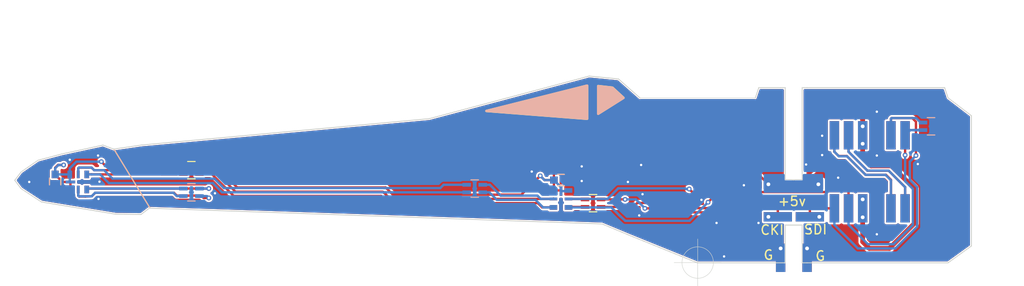
<source format=kicad_pcb>
(kicad_pcb (version 20171130) (host pcbnew "(5.1.5)-3")

  (general
    (thickness 1.6)
    (drawings 56)
    (tracks 295)
    (zones 0)
    (modules 23)
    (nets 29)
  )

  (page A4)
  (layers
    (0 F.Cu signal)
    (31 B.Cu signal)
    (34 B.Paste user)
    (35 F.Paste user)
    (36 B.SilkS user)
    (37 F.SilkS user)
    (38 B.Mask user)
    (39 F.Mask user)
    (40 Dwgs.User user)
    (44 Edge.Cuts user)
    (45 Margin user)
    (46 B.CrtYd user hide)
    (47 F.CrtYd user hide)
    (48 B.Fab user hide)
    (49 F.Fab user hide)
  )

  (setup
    (last_trace_width 0.25)
    (trace_clearance 0.2)
    (zone_clearance 0.1)
    (zone_45_only no)
    (trace_min 0.2)
    (via_size 0.8)
    (via_drill 0.4)
    (via_min_size 0.4)
    (via_min_drill 0.3)
    (uvia_size 0.3)
    (uvia_drill 0.1)
    (uvias_allowed no)
    (uvia_min_size 0.2)
    (uvia_min_drill 0.1)
    (edge_width 0.05)
    (segment_width 0.2)
    (pcb_text_width 0.3)
    (pcb_text_size 1.5 1.5)
    (mod_edge_width 0.12)
    (mod_text_size 1 1)
    (mod_text_width 0.15)
    (pad_size 0.8 0.8)
    (pad_drill 0.4)
    (pad_to_mask_clearance 0.051)
    (solder_mask_min_width 0.254)
    (aux_axis_origin 140.7 102.1)
    (grid_origin 140.7 102.1)
    (visible_elements 7FFFFF7F)
    (pcbplotparams
      (layerselection 0x010f0_ffffffff)
      (usegerberextensions false)
      (usegerberattributes false)
      (usegerberadvancedattributes false)
      (creategerberjobfile false)
      (excludeedgelayer true)
      (linewidth 0.100000)
      (plotframeref false)
      (viasonmask false)
      (mode 1)
      (useauxorigin false)
      (hpglpennumber 1)
      (hpglpenspeed 20)
      (hpglpendiameter 15.000000)
      (psnegative false)
      (psa4output false)
      (plotreference true)
      (plotvalue true)
      (plotinvisibletext false)
      (padsonsilk false)
      (subtractmaskfromsilk false)
      (outputformat 1)
      (mirror false)
      (drillshape 0)
      (scaleselection 1)
      (outputdirectory "Body Gerber/"))
  )

  (net 0 "")
  (net 1 +5V)
  (net 2 GND)
  (net 3 "Net-(D1-Pad3)")
  (net 4 "Net-(D1-Pad2)")
  (net 5 "Net-(D1-Pad4)")
  (net 6 "Net-(D1-Pad5)")
  (net 7 "Net-(D2-Pad2)")
  (net 8 "Net-(D2-Pad3)")
  (net 9 "Net-(D3-Pad3)")
  (net 10 "Net-(D3-Pad2)")
  (net 11 "Net-(D4-Pad2)")
  (net 12 "Net-(D4-Pad3)")
  (net 13 "Net-(J7-Pad5)")
  (net 14 "Net-(J7-Pad6)")
  (net 15 "Net-(J8-Pad5)")
  (net 16 "Net-(J8-Pad6)")
  (net 17 "Net-(J10-Pad6)")
  (net 18 "Net-(J10-Pad5)")
  (net 19 "Net-(J10-Pad1)")
  (net 20 "Net-(J10-Pad2)")
  (net 21 "Net-(D2-Pad4)")
  (net 22 "Net-(D2-Pad5)")
  (net 23 "Net-(D3-Pad5)")
  (net 24 "Net-(D3-Pad4)")
  (net 25 "Net-(D4-Pad5)")
  (net 26 "Net-(D4-Pad4)")
  (net 27 "Net-(J13-Pad1)")
  (net 28 "Net-(J14-Pad1)")

  (net_class Default "This is the default net class."
    (clearance 0.2)
    (trace_width 0.25)
    (via_dia 0.8)
    (via_drill 0.4)
    (uvia_dia 0.3)
    (uvia_drill 0.1)
    (add_net +5V)
    (add_net GND)
    (add_net "Net-(D1-Pad2)")
    (add_net "Net-(D1-Pad3)")
    (add_net "Net-(D1-Pad4)")
    (add_net "Net-(D1-Pad5)")
    (add_net "Net-(D2-Pad2)")
    (add_net "Net-(D2-Pad3)")
    (add_net "Net-(D2-Pad4)")
    (add_net "Net-(D2-Pad5)")
    (add_net "Net-(D3-Pad2)")
    (add_net "Net-(D3-Pad3)")
    (add_net "Net-(D3-Pad4)")
    (add_net "Net-(D3-Pad5)")
    (add_net "Net-(D4-Pad2)")
    (add_net "Net-(D4-Pad3)")
    (add_net "Net-(D4-Pad4)")
    (add_net "Net-(D4-Pad5)")
    (add_net "Net-(J10-Pad1)")
    (add_net "Net-(J10-Pad2)")
    (add_net "Net-(J10-Pad5)")
    (add_net "Net-(J10-Pad6)")
    (add_net "Net-(J13-Pad1)")
    (add_net "Net-(J14-Pad1)")
    (add_net "Net-(J7-Pad5)")
    (add_net "Net-(J7-Pad6)")
    (add_net "Net-(J8-Pad5)")
    (add_net "Net-(J8-Pad6)")
  )

  (module MyLib:6pin_top (layer F.Cu) (tedit 5FFD111B) (tstamp 5FFE7AEA)
    (at 158.95 96.35 90)
    (path /601D000E)
    (fp_text reference J7 (at 0.25 5.5 180) (layer F.SilkS) hide
      (effects (font (size 1 1) (thickness 0.15)))
    )
    (fp_text value 6pin_conn (at 0.5 5.25 90) (layer F.Fab)
      (effects (font (size 1 1) (thickness 0.15)))
    )
    (fp_line (start -1.75 -4.5) (end 1.75 -4.5) (layer F.CrtYd) (width 0.12))
    (fp_line (start 1.75 -4.5) (end 1.75 4.5) (layer F.CrtYd) (width 0.12))
    (fp_line (start 1.75 4.5) (end -1.75 4.5) (layer F.CrtYd) (width 0.12))
    (fp_line (start -1.75 4.5) (end -1.75 -4.5) (layer F.CrtYd) (width 0.12))
    (pad 1 smd rect (at 0 -3.75 90) (size 3 1) (layers F.Cu F.Paste F.Mask)
      (net 12 "Net-(D4-Pad3)"))
    (pad 2 smd rect (at 0 -2.25 90) (size 3 1) (layers F.Cu F.Paste F.Mask)
      (net 11 "Net-(D4-Pad2)"))
    (pad 4 smd rect (at 0 0.75 90) (size 3 1) (layers F.Cu F.Paste F.Mask)
      (net 2 GND))
    (pad 3 smd rect (at 0 -0.75 90) (size 3 1) (layers F.Cu F.Paste F.Mask)
      (net 1 +5V))
    (pad 5 smd rect (at 0 2.25 90) (size 3 1) (layers F.Cu F.Paste F.Mask)
      (net 13 "Net-(J7-Pad5)"))
    (pad 6 smd rect (at 0 3.75 90) (size 3 1) (layers F.Cu F.Paste F.Mask)
      (net 14 "Net-(J7-Pad6)"))
  )

  (module Resistors_SMD:R_Array_Concave_2x0603 (layer B.Cu) (tedit 58E0A851) (tstamp 603C49C0)
    (at 87 94.65 180)
    (descr "Thick Film Chip Resistor Array, Wave soldering, Vishay CRA06P (see cra06p.pdf)")
    (tags "resistor array")
    (path /603F81BF)
    (attr smd)
    (fp_text reference R3 (at 0 1.75) (layer B.SilkS) hide
      (effects (font (size 1 1) (thickness 0.15)) (justify mirror))
    )
    (fp_text value "33 ohm" (at 0 -1.85) (layer B.Fab)
      (effects (font (size 1 1) (thickness 0.15)) (justify mirror))
    )
    (fp_text user %R (at 0 1.75) (layer B.Fab)
      (effects (font (size 1 1) (thickness 0.15)) (justify mirror))
    )
    (fp_line (start -0.8 0.8) (end 0.8 0.8) (layer B.Fab) (width 0.1))
    (fp_line (start 0.8 0.8) (end 0.8 -0.8) (layer B.Fab) (width 0.1))
    (fp_line (start 0.8 -0.8) (end -0.8 -0.8) (layer B.Fab) (width 0.1))
    (fp_line (start -0.8 -0.8) (end -0.8 0.8) (layer B.Fab) (width 0.1))
    (fp_line (start 0.4 -0.92) (end -0.4 -0.92) (layer B.SilkS) (width 0.12))
    (fp_line (start 0.4 0.92) (end -0.4 0.92) (layer B.SilkS) (width 0.12))
    (fp_line (start -1.55 1.05) (end 1.55 1.05) (layer B.CrtYd) (width 0.05))
    (fp_line (start -1.55 1.05) (end -1.55 -1.05) (layer B.CrtYd) (width 0.05))
    (fp_line (start 1.55 -1.05) (end 1.55 1.05) (layer B.CrtYd) (width 0.05))
    (fp_line (start 1.55 -1.05) (end -1.55 -1.05) (layer B.CrtYd) (width 0.05))
    (pad 1 smd rect (at -0.85 0.4 180) (size 0.9 0.4) (layers B.Cu B.Paste B.Mask)
      (net 8 "Net-(D2-Pad3)"))
    (pad 2 smd rect (at -0.85 -0.4 180) (size 0.9 0.4) (layers B.Cu B.Paste B.Mask)
      (net 7 "Net-(D2-Pad2)"))
    (pad 3 smd rect (at 0.85 -0.4 180) (size 0.9 0.4) (layers B.Cu B.Paste B.Mask)
      (net 23 "Net-(D3-Pad5)"))
    (pad 4 smd rect (at 0.85 0.4 180) (size 0.9 0.4) (layers B.Cu B.Paste B.Mask)
      (net 24 "Net-(D3-Pad4)"))
    (model ${KISYS3DMOD}/Resistors_SMD.3dshapes/R_Array_Concave_2x0603.wrl
      (at (xyz 0 0 0))
      (scale (xyz 1 1 1))
      (rotate (xyz 0 0 0))
    )
  )

  (module Capacitors_SMD:C_0603 (layer B.Cu) (tedit 59958EE7) (tstamp 603C3A13)
    (at 72.55 93.5 270)
    (descr "Capacitor SMD 0603, reflow soldering, AVX (see smccp.pdf)")
    (tags "capacitor 0603")
    (path /600B4B12)
    (attr smd)
    (fp_text reference C3 (at 0 1.5 270) (layer B.SilkS) hide
      (effects (font (size 1 1) (thickness 0.15)) (justify mirror))
    )
    (fp_text value .1uF (at 0 -1.5 270) (layer B.Fab)
      (effects (font (size 1 1) (thickness 0.15)) (justify mirror))
    )
    (fp_text user %R (at 0 0 270) (layer B.Fab)
      (effects (font (size 0.3 0.3) (thickness 0.075)) (justify mirror))
    )
    (fp_line (start -0.8 -0.4) (end -0.8 0.4) (layer B.Fab) (width 0.1))
    (fp_line (start 0.8 -0.4) (end -0.8 -0.4) (layer B.Fab) (width 0.1))
    (fp_line (start 0.8 0.4) (end 0.8 -0.4) (layer B.Fab) (width 0.1))
    (fp_line (start -0.8 0.4) (end 0.8 0.4) (layer B.Fab) (width 0.1))
    (fp_line (start -0.35 0.6) (end 0.35 0.6) (layer B.SilkS) (width 0.12))
    (fp_line (start 0.35 -0.6) (end -0.35 -0.6) (layer B.SilkS) (width 0.12))
    (fp_line (start -1.4 0.65) (end 1.4 0.65) (layer B.CrtYd) (width 0.05))
    (fp_line (start -1.4 0.65) (end -1.4 -0.65) (layer B.CrtYd) (width 0.05))
    (fp_line (start 1.4 -0.65) (end 1.4 0.65) (layer B.CrtYd) (width 0.05))
    (fp_line (start 1.4 -0.65) (end -1.4 -0.65) (layer B.CrtYd) (width 0.05))
    (pad 1 smd rect (at -0.75 0 270) (size 0.8 0.75) (layers B.Cu B.Paste B.Mask)
      (net 1 +5V))
    (pad 2 smd rect (at 0.75 0 270) (size 0.8 0.75) (layers B.Cu B.Paste B.Mask)
      (net 2 GND))
    (model Capacitors_SMD.3dshapes/C_0603.wrl
      (at (xyz 0 0 0))
      (scale (xyz 1 1 1))
      (rotate (xyz 0 0 0))
    )
  )

  (module MyLib:APA102-2020_style_2 (layer F.Cu) (tedit 603C0981) (tstamp 603C50E3)
    (at 75 93.55 90)
    (path /603F81A3)
    (fp_text reference D2 (at 2.25 -1.27 270) (layer F.SilkS) hide
      (effects (font (size 1 1) (thickness 0.15)))
    )
    (fp_text value APA102-2020 (at 2.5 -4.25 270) (layer F.Fab) hide
      (effects (font (size 1 1) (thickness 0.15)))
    )
    (fp_line (start -1.3 -1.4) (end 1.3 -1.4) (layer F.CrtYd) (width 0.12))
    (fp_line (start 1.3 -1.4) (end 1.3 1.4) (layer F.CrtYd) (width 0.12))
    (fp_line (start 1.3 1.4) (end -1.3 1.4) (layer F.CrtYd) (width 0.12))
    (fp_line (start -1.3 1.4) (end -1.3 -1.4) (layer F.CrtYd) (width 0.12))
    (pad 1 smd rect (at -0.8 -0.9 90) (size 0.8 0.5) (layers F.Cu F.Paste F.Mask)
      (net 1 +5V))
    (pad 3 smd rect (at -0.8 0.9 90) (size 0.8 0.5) (layers F.Cu F.Paste F.Mask)
      (net 8 "Net-(D2-Pad3)"))
    (pad 2 smd rect (at -0.8 0 90) (size 0.8 0.3) (layers F.Cu F.Paste F.Mask)
      (net 7 "Net-(D2-Pad2)"))
    (pad 6 smd rect (at 0.8 -0.9 90) (size 0.8 0.5) (layers F.Cu F.Paste F.Mask)
      (net 2 GND))
    (pad 4 smd rect (at 0.8 0.9 90) (size 0.8 0.5) (layers F.Cu F.Paste F.Mask)
      (net 21 "Net-(D2-Pad4)"))
    (pad 5 smd rect (at 0.8 0 90) (size 0.8 0.3) (layers F.Cu F.Paste F.Mask)
      (net 22 "Net-(D2-Pad5)"))
    (pad 8 smd rect (at 0 0.83 90) (size 0.3 1) (layers F.Cu F.Paste F.Mask)
      (net 2 GND))
    (pad 7 smd rect (at 0 -0.83 90) (size 0.3 1) (layers F.Cu F.Paste F.Mask)
      (net 1 +5V))
    (model "${KIPRJMOD}/Media/APA102-2020 v1.step"
      (offset (xyz -1 1 0))
      (scale (xyz 1 1 1))
      (rotate (xyz -90 0 0))
    )
  )

  (module Resistors_SMD:R_Array_Concave_2x0603 (layer F.Cu) (tedit 58E0A851) (tstamp 603C71BB)
    (at 87 92.3 180)
    (descr "Thick Film Chip Resistor Array, Wave soldering, Vishay CRA06P (see cra06p.pdf)")
    (tags "resistor array")
    (path /603E7FE2)
    (attr smd)
    (fp_text reference R2 (at 0 -1.75) (layer F.SilkS) hide
      (effects (font (size 1 1) (thickness 0.15)))
    )
    (fp_text value "33 ohm" (at 0 1.85) (layer F.Fab)
      (effects (font (size 1 1) (thickness 0.15)))
    )
    (fp_line (start 1.55 1.05) (end -1.55 1.05) (layer F.CrtYd) (width 0.05))
    (fp_line (start 1.55 1.05) (end 1.55 -1.05) (layer F.CrtYd) (width 0.05))
    (fp_line (start -1.55 -1.05) (end -1.55 1.05) (layer F.CrtYd) (width 0.05))
    (fp_line (start -1.55 -1.05) (end 1.55 -1.05) (layer F.CrtYd) (width 0.05))
    (fp_line (start 0.4 -0.92) (end -0.4 -0.92) (layer F.SilkS) (width 0.12))
    (fp_line (start 0.4 0.92) (end -0.4 0.92) (layer F.SilkS) (width 0.12))
    (fp_line (start -0.8 0.8) (end -0.8 -0.8) (layer F.Fab) (width 0.1))
    (fp_line (start 0.8 0.8) (end -0.8 0.8) (layer F.Fab) (width 0.1))
    (fp_line (start 0.8 -0.8) (end 0.8 0.8) (layer F.Fab) (width 0.1))
    (fp_line (start -0.8 -0.8) (end 0.8 -0.8) (layer F.Fab) (width 0.1))
    (fp_text user %R (at 0 -1.75) (layer F.Fab)
      (effects (font (size 1 1) (thickness 0.15)))
    )
    (pad 4 smd rect (at 0.85 -0.4 180) (size 0.9 0.4) (layers F.Cu F.Paste F.Mask)
      (net 21 "Net-(D2-Pad4)"))
    (pad 3 smd rect (at 0.85 0.4 180) (size 0.9 0.4) (layers F.Cu F.Paste F.Mask)
      (net 22 "Net-(D2-Pad5)"))
    (pad 2 smd rect (at -0.85 0.4 180) (size 0.9 0.4) (layers F.Cu F.Paste F.Mask)
      (net 4 "Net-(D1-Pad2)"))
    (pad 1 smd rect (at -0.85 -0.4 180) (size 0.9 0.4) (layers F.Cu F.Paste F.Mask)
      (net 3 "Net-(D1-Pad3)"))
    (model ${KISYS3DMOD}/Resistors_SMD.3dshapes/R_Array_Concave_2x0603.wrl
      (at (xyz 0 0 0))
      (scale (xyz 1 1 1))
      (rotate (xyz 0 0 0))
    )
  )

  (module Capacitors_SMD:C_0603 (layer B.Cu) (tedit 59958EE7) (tstamp 5FFD40EC)
    (at 126.2 93.35)
    (descr "Capacitor SMD 0603, reflow soldering, AVX (see smccp.pdf)")
    (tags "capacitor 0603")
    (path /600B4B35)
    (attr smd)
    (fp_text reference C4 (at 0 -1.75 180) (layer B.SilkS) hide
      (effects (font (size 1 1) (thickness 0.15)) (justify mirror))
    )
    (fp_text value .1uF (at 0 -1.5 180) (layer B.Fab) hide
      (effects (font (size 1 1) (thickness 0.15)) (justify mirror))
    )
    (fp_line (start 1.4 -0.65) (end -1.4 -0.65) (layer B.CrtYd) (width 0.05))
    (fp_line (start 1.4 -0.65) (end 1.4 0.65) (layer B.CrtYd) (width 0.05))
    (fp_line (start -1.4 0.65) (end -1.4 -0.65) (layer B.CrtYd) (width 0.05))
    (fp_line (start -1.4 0.65) (end 1.4 0.65) (layer B.CrtYd) (width 0.05))
    (fp_line (start 0.35 -0.6) (end -0.35 -0.6) (layer B.SilkS) (width 0.12))
    (fp_line (start -0.35 0.6) (end 0.35 0.6) (layer B.SilkS) (width 0.12))
    (fp_line (start -0.8 0.4) (end 0.8 0.4) (layer B.Fab) (width 0.1))
    (fp_line (start 0.8 0.4) (end 0.8 -0.4) (layer B.Fab) (width 0.1))
    (fp_line (start 0.8 -0.4) (end -0.8 -0.4) (layer B.Fab) (width 0.1))
    (fp_line (start -0.8 -0.4) (end -0.8 0.4) (layer B.Fab) (width 0.1))
    (fp_text user %R (at 0 0 180) (layer B.Fab) hide
      (effects (font (size 0.3 0.3) (thickness 0.075)) (justify mirror))
    )
    (pad 2 smd rect (at 0.75 0) (size 0.8 0.75) (layers B.Cu B.Paste B.Mask)
      (net 2 GND))
    (pad 1 smd rect (at -0.75 0) (size 0.8 0.75) (layers B.Cu B.Paste B.Mask)
      (net 1 +5V))
    (model Capacitors_SMD.3dshapes/C_0603.wrl
      (at (xyz 0 0 0))
      (scale (xyz 1 1 1))
      (rotate (xyz 0 0 0))
    )
  )

  (module MyLib:APA102-2020_style_2 (layer F.Cu) (tedit 603C0981) (tstamp 5FFE9271)
    (at 126.2 95.35)
    (path /5FFE676D)
    (fp_text reference D1 (at 1.7 -1.35) (layer F.SilkS) hide
      (effects (font (size 1 1) (thickness 0.15)))
    )
    (fp_text value APA102-2020 (at 2.5 -4.25) (layer F.Fab) hide
      (effects (font (size 1 1) (thickness 0.15)))
    )
    (fp_line (start -1.3 1.4) (end -1.3 -1.4) (layer F.CrtYd) (width 0.12))
    (fp_line (start 1.3 1.4) (end -1.3 1.4) (layer F.CrtYd) (width 0.12))
    (fp_line (start 1.3 -1.4) (end 1.3 1.4) (layer F.CrtYd) (width 0.12))
    (fp_line (start -1.3 -1.4) (end 1.3 -1.4) (layer F.CrtYd) (width 0.12))
    (pad 7 smd rect (at 0 -0.83) (size 0.3 1) (layers F.Cu F.Paste F.Mask)
      (net 1 +5V))
    (pad 8 smd rect (at 0 0.83) (size 0.3 1) (layers F.Cu F.Paste F.Mask)
      (net 2 GND))
    (pad 5 smd rect (at 0.8 0) (size 0.8 0.3) (layers F.Cu F.Paste F.Mask)
      (net 6 "Net-(D1-Pad5)"))
    (pad 4 smd rect (at 0.8 0.9) (size 0.8 0.5) (layers F.Cu F.Paste F.Mask)
      (net 5 "Net-(D1-Pad4)"))
    (pad 6 smd rect (at 0.8 -0.9) (size 0.8 0.5) (layers F.Cu F.Paste F.Mask)
      (net 2 GND))
    (pad 2 smd rect (at -0.8 0) (size 0.8 0.3) (layers F.Cu F.Paste F.Mask)
      (net 4 "Net-(D1-Pad2)"))
    (pad 3 smd rect (at -0.8 0.9) (size 0.8 0.5) (layers F.Cu F.Paste F.Mask)
      (net 3 "Net-(D1-Pad3)"))
    (pad 1 smd rect (at -0.8 -0.9) (size 0.8 0.5) (layers F.Cu F.Paste F.Mask)
      (net 1 +5V))
    (model "${KIPRJMOD}/Media/APA102-2020 v1.step"
      (offset (xyz -1 1 0))
      (scale (xyz 1 1 1))
      (rotate (xyz -90 0 0))
    )
  )

  (module MyLib:6pin_bottom (layer F.Cu) (tedit 5FFD112E) (tstamp 5FFE7B38)
    (at 158.95 88.6 90)
    (path /601D0018)
    (fp_text reference J10 (at 0.25 6 180) (layer B.SilkS) hide
      (effects (font (size 1 1) (thickness 0.15)) (justify mirror))
    )
    (fp_text value 6pin_conn (at 0.5 5.25 90) (layer F.Fab)
      (effects (font (size 1 1) (thickness 0.15)))
    )
    (fp_line (start -1.75 -4.5) (end 1.75 -4.5) (layer F.CrtYd) (width 0.12))
    (fp_line (start 1.75 -4.5) (end 1.75 4.5) (layer F.CrtYd) (width 0.12))
    (fp_line (start 1.75 4.5) (end -1.75 4.5) (layer F.CrtYd) (width 0.12))
    (fp_line (start -1.75 4.5) (end -1.75 -4.5) (layer F.CrtYd) (width 0.12))
    (pad 1 smd rect (at 0 -3.75 90) (size 3 1) (layers *.Mask B.Cu B.Paste)
      (net 19 "Net-(J10-Pad1)"))
    (pad 2 smd rect (at 0 -2.25 90) (size 3 1) (layers *.Mask B.Cu B.Paste)
      (net 20 "Net-(J10-Pad2)"))
    (pad 4 smd rect (at 0 0.75 90) (size 3 1) (layers *.Mask B.Cu B.Paste)
      (net 2 GND))
    (pad 3 smd rect (at 0 -0.75 90) (size 3 1) (layers *.Mask B.Cu B.Paste)
      (net 1 +5V))
    (pad 5 smd rect (at 0 2.25 90) (size 3 1) (layers *.Mask B.Cu B.Paste)
      (net 18 "Net-(J10-Pad5)"))
    (pad 6 smd rect (at 0 3.75 90) (size 3 1) (layers *.Mask B.Cu B.Paste)
      (net 17 "Net-(J10-Pad6)"))
  )

  (module MyLib:6pin_bottom (layer F.Cu) (tedit 5FFD112E) (tstamp 5FFE7B1E)
    (at 158.95 96.35 90)
    (path /601DE00C)
    (fp_text reference J9 (at 0.25 5.5 180) (layer B.SilkS) hide
      (effects (font (size 1 1) (thickness 0.15)) (justify mirror))
    )
    (fp_text value 6pin_conn (at 0.5 5.25 90) (layer F.Fab)
      (effects (font (size 1 1) (thickness 0.15)))
    )
    (fp_line (start -1.75 -4.5) (end 1.75 -4.5) (layer F.CrtYd) (width 0.12))
    (fp_line (start 1.75 -4.5) (end 1.75 4.5) (layer F.CrtYd) (width 0.12))
    (fp_line (start 1.75 4.5) (end -1.75 4.5) (layer F.CrtYd) (width 0.12))
    (fp_line (start -1.75 4.5) (end -1.75 -4.5) (layer F.CrtYd) (width 0.12))
    (pad 1 smd rect (at 0 -3.75 90) (size 3 1) (layers *.Mask B.Cu B.Paste)
      (net 15 "Net-(J8-Pad5)"))
    (pad 2 smd rect (at 0 -2.25 90) (size 3 1) (layers *.Mask B.Cu B.Paste)
      (net 16 "Net-(J8-Pad6)"))
    (pad 4 smd rect (at 0 0.75 90) (size 3 1) (layers *.Mask B.Cu B.Paste)
      (net 2 GND))
    (pad 3 smd rect (at 0 -0.75 90) (size 3 1) (layers *.Mask B.Cu B.Paste)
      (net 1 +5V))
    (pad 5 smd rect (at 0 2.25 90) (size 3 1) (layers *.Mask B.Cu B.Paste)
      (net 19 "Net-(J10-Pad1)"))
    (pad 6 smd rect (at 0 3.75 90) (size 3 1) (layers *.Mask B.Cu B.Paste)
      (net 20 "Net-(J10-Pad2)"))
  )

  (module MyLib:6pin_top (layer F.Cu) (tedit 5FFD111B) (tstamp 5FFE7B04)
    (at 158.95 88.6 90)
    (path /601DDD2F)
    (fp_text reference J8 (at 0.5 -5.25 180) (layer F.SilkS) hide
      (effects (font (size 1 1) (thickness 0.15)))
    )
    (fp_text value 6pin_conn (at 0.5 5.25 90) (layer F.Fab)
      (effects (font (size 1 1) (thickness 0.15)))
    )
    (fp_line (start -1.75 -4.5) (end 1.75 -4.5) (layer F.CrtYd) (width 0.12))
    (fp_line (start 1.75 -4.5) (end 1.75 4.5) (layer F.CrtYd) (width 0.12))
    (fp_line (start 1.75 4.5) (end -1.75 4.5) (layer F.CrtYd) (width 0.12))
    (fp_line (start -1.75 4.5) (end -1.75 -4.5) (layer F.CrtYd) (width 0.12))
    (pad 1 smd rect (at 0 -3.75 90) (size 3 1) (layers F.Cu F.Paste F.Mask)
      (net 13 "Net-(J7-Pad5)"))
    (pad 2 smd rect (at 0 -2.25 90) (size 3 1) (layers F.Cu F.Paste F.Mask)
      (net 14 "Net-(J7-Pad6)"))
    (pad 4 smd rect (at 0 0.75 90) (size 3 1) (layers F.Cu F.Paste F.Mask)
      (net 2 GND))
    (pad 3 smd rect (at 0 -0.75 90) (size 3 1) (layers F.Cu F.Paste F.Mask)
      (net 1 +5V))
    (pad 5 smd rect (at 0 2.25 90) (size 3 1) (layers F.Cu F.Paste F.Mask)
      (net 15 "Net-(J8-Pad5)"))
    (pad 6 smd rect (at 0 3.75 90) (size 3 1) (layers F.Cu F.Paste F.Mask)
      (net 16 "Net-(J8-Pad6)"))
  )

  (module MyLib:Conn_1_Pin (layer F.Cu) (tedit 5FFE7008) (tstamp 5FFD32C6)
    (at 152.5 93.8 180)
    (path /601A6A08)
    (fp_text reference J12 (at 0 -1.5) (layer F.SilkS) hide
      (effects (font (size 1 1) (thickness 0.15)))
    )
    (fp_text value 1pin_conn (at 0 1.75) (layer F.Fab)
      (effects (font (size 1 1) (thickness 0.15)))
    )
    (fp_line (start -1.75 -0.75) (end 1.75 -0.75) (layer F.CrtYd) (width 0.12))
    (fp_line (start 1.75 -0.76) (end 1.75 0.72) (layer F.CrtYd) (width 0.12))
    (fp_line (start 1.75 0.72) (end -1.75 0.72) (layer F.CrtYd) (width 0.12))
    (fp_line (start -1.75 0.72) (end -1.75 -0.75) (layer F.CrtYd) (width 0.12))
    (pad 1 thru_hole circle (at -1 0 180) (size 0.8 0.8) (drill 0.4) (layers *.Cu *.Mask)
      (net 1 +5V))
    (pad 1 smd rect (at 0 0 180) (size 3 1) (layers F.Cu F.Paste F.Mask)
      (net 1 +5V))
    (pad 1 smd rect (at 0 0 180) (size 3 1) (layers *.Mask B.Cu B.Paste)
      (net 1 +5V))
  )

  (module MyLib:Conn_1_Pin (layer F.Cu) (tedit 5FFD12F5) (tstamp 5FFC43B4)
    (at 152.3 101.6 270)
    (path /601A64C4)
    (fp_text reference J11 (at 0.5 -1.5 90) (layer F.SilkS) hide
      (effects (font (size 1 1) (thickness 0.15)))
    )
    (fp_text value 1pin_conn (at 0 1.75 90) (layer F.Fab) hide
      (effects (font (size 1 1) (thickness 0.15)))
    )
    (fp_line (start -1.75 0.72) (end -1.75 -0.75) (layer F.CrtYd) (width 0.12))
    (fp_line (start 1.75 0.72) (end -1.75 0.72) (layer F.CrtYd) (width 0.12))
    (fp_line (start 1.75 -0.76) (end 1.75 0.72) (layer F.CrtYd) (width 0.12))
    (fp_line (start -1.75 -0.75) (end 1.75 -0.75) (layer F.CrtYd) (width 0.12))
    (pad 1 smd rect (at 0 0 270) (size 3 1) (layers *.Mask B.Cu B.Paste)
      (net 2 GND))
    (pad 1 smd rect (at 0 0 270) (size 3 1) (layers F.Cu F.Paste F.Mask)
      (net 2 GND))
    (pad 1 thru_hole circle (at -1 0 270) (size 0.8 0.8) (drill 0.4) (layers *.Cu *.Mask)
      (net 2 GND))
  )

  (module MyLib:Conn_1_Pin (layer F.Cu) (tedit 5FFD12F5) (tstamp 5FFDE69F)
    (at 149.5 101.6 270)
    (path /601A64C4)
    (fp_text reference J11 (at 0.5 -1.5 90) (layer F.SilkS) hide
      (effects (font (size 1 1) (thickness 0.15)))
    )
    (fp_text value 1pin_conn (at 0 1.75 90) (layer F.Fab) hide
      (effects (font (size 1 1) (thickness 0.15)))
    )
    (fp_line (start -1.75 0.72) (end -1.75 -0.75) (layer F.CrtYd) (width 0.12))
    (fp_line (start 1.75 0.72) (end -1.75 0.72) (layer F.CrtYd) (width 0.12))
    (fp_line (start 1.75 -0.76) (end 1.75 0.72) (layer F.CrtYd) (width 0.12))
    (fp_line (start -1.75 -0.75) (end 1.75 -0.75) (layer F.CrtYd) (width 0.12))
    (pad 1 smd rect (at 0 0 270) (size 3 1) (layers *.Mask B.Cu B.Paste)
      (net 2 GND))
    (pad 1 smd rect (at 0 0 270) (size 3 1) (layers F.Cu F.Paste F.Mask)
      (net 2 GND))
    (pad 1 thru_hole circle (at -1 0 270) (size 0.8 0.8) (drill 0.4) (layers *.Cu *.Mask)
      (net 2 GND))
  )

  (module MyLib:Conn_1_Pin (layer F.Cu) (tedit 5FFD12F5) (tstamp 5FFDE6AB)
    (at 149.2 93.8)
    (path /601A6A08)
    (fp_text reference J12 (at 0 -1.5) (layer F.SilkS) hide
      (effects (font (size 1 1) (thickness 0.15)))
    )
    (fp_text value 1pin_conn (at 0 1.75) (layer F.Fab)
      (effects (font (size 1 1) (thickness 0.15)))
    )
    (fp_line (start -1.75 0.72) (end -1.75 -0.75) (layer F.CrtYd) (width 0.12))
    (fp_line (start 1.75 0.72) (end -1.75 0.72) (layer F.CrtYd) (width 0.12))
    (fp_line (start 1.75 -0.76) (end 1.75 0.72) (layer F.CrtYd) (width 0.12))
    (fp_line (start -1.75 -0.75) (end 1.75 -0.75) (layer F.CrtYd) (width 0.12))
    (pad 1 smd rect (at 0 0) (size 3 1) (layers *.Mask B.Cu B.Paste)
      (net 1 +5V))
    (pad 1 smd rect (at 0 0) (size 3 1) (layers F.Cu F.Paste F.Mask)
      (net 1 +5V))
    (pad 1 thru_hole circle (at -1 0) (size 0.8 0.8) (drill 0.4) (layers *.Cu *.Mask)
      (net 1 +5V))
  )

  (module MyLib:Conn_1_Pin (layer F.Cu) (tedit 5FFD12F5) (tstamp 5FFD36CD)
    (at 149.2 97.25)
    (path /6019FFA1)
    (fp_text reference J13 (at -0.6 1.7) (layer F.SilkS) hide
      (effects (font (size 1 1) (thickness 0.15)))
    )
    (fp_text value 1pin_conn (at 0 1.75) (layer F.Fab) hide
      (effects (font (size 1 1) (thickness 0.15)))
    )
    (fp_line (start -1.75 0.72) (end -1.75 -0.75) (layer F.CrtYd) (width 0.12))
    (fp_line (start 1.75 0.72) (end -1.75 0.72) (layer F.CrtYd) (width 0.12))
    (fp_line (start 1.75 -0.76) (end 1.75 0.72) (layer F.CrtYd) (width 0.12))
    (fp_line (start -1.75 -0.75) (end 1.75 -0.75) (layer F.CrtYd) (width 0.12))
    (pad 1 smd rect (at 0 0) (size 3 1) (layers *.Mask B.Cu B.Paste)
      (net 27 "Net-(J13-Pad1)"))
    (pad 1 smd rect (at 0 0) (size 3 1) (layers F.Cu F.Paste F.Mask)
      (net 27 "Net-(J13-Pad1)"))
    (pad 1 thru_hole circle (at -1 0) (size 0.8 0.8) (drill 0.4) (layers *.Cu *.Mask)
      (net 27 "Net-(J13-Pad1)"))
  )

  (module MyLib:Conn_1_Pin (layer F.Cu) (tedit 5FFD12F5) (tstamp 5FFD36AF)
    (at 152.6 97.25 180)
    (path /601A5126)
    (fp_text reference J14 (at -0.7 -1.6) (layer F.SilkS) hide
      (effects (font (size 1 1) (thickness 0.15)))
    )
    (fp_text value 1pin_conn (at 0 1.75) (layer F.Fab) hide
      (effects (font (size 1 1) (thickness 0.15)))
    )
    (fp_line (start -1.75 0.72) (end -1.75 -0.75) (layer F.CrtYd) (width 0.12))
    (fp_line (start 1.75 0.72) (end -1.75 0.72) (layer F.CrtYd) (width 0.12))
    (fp_line (start 1.75 -0.76) (end 1.75 0.72) (layer F.CrtYd) (width 0.12))
    (fp_line (start -1.75 -0.75) (end 1.75 -0.75) (layer F.CrtYd) (width 0.12))
    (pad 1 smd rect (at 0 0 180) (size 3 1) (layers *.Mask B.Cu B.Paste)
      (net 28 "Net-(J14-Pad1)"))
    (pad 1 smd rect (at 0 0 180) (size 3 1) (layers F.Cu F.Paste F.Mask)
      (net 28 "Net-(J14-Pad1)"))
    (pad 1 thru_hole circle (at -1 0 180) (size 0.8 0.8) (drill 0.4) (layers *.Cu *.Mask)
      (net 28 "Net-(J14-Pad1)"))
  )

  (module Capacitors_SMD:C_0603 (layer F.Cu) (tedit 59958EE7) (tstamp 5FFE911D)
    (at 126.2 93.35)
    (descr "Capacitor SMD 0603, reflow soldering, AVX (see smccp.pdf)")
    (tags "capacitor 0603")
    (path /5FFEA22E)
    (attr smd)
    (fp_text reference C1 (at 0 1.5) (layer F.SilkS) hide
      (effects (font (size 1 1) (thickness 0.15)))
    )
    (fp_text value .1uF (at 0 1.5) (layer F.Fab) hide
      (effects (font (size 1 1) (thickness 0.15)))
    )
    (fp_line (start 1.4 0.65) (end -1.4 0.65) (layer F.CrtYd) (width 0.05))
    (fp_line (start 1.4 0.65) (end 1.4 -0.65) (layer F.CrtYd) (width 0.05))
    (fp_line (start -1.4 -0.65) (end -1.4 0.65) (layer F.CrtYd) (width 0.05))
    (fp_line (start -1.4 -0.65) (end 1.4 -0.65) (layer F.CrtYd) (width 0.05))
    (fp_line (start 0.35 0.6) (end -0.35 0.6) (layer F.SilkS) (width 0.12))
    (fp_line (start -0.35 -0.6) (end 0.35 -0.6) (layer F.SilkS) (width 0.12))
    (fp_line (start -0.8 -0.4) (end 0.8 -0.4) (layer F.Fab) (width 0.1))
    (fp_line (start 0.8 -0.4) (end 0.8 0.4) (layer F.Fab) (width 0.1))
    (fp_line (start 0.8 0.4) (end -0.8 0.4) (layer F.Fab) (width 0.1))
    (fp_line (start -0.8 0.4) (end -0.8 -0.4) (layer F.Fab) (width 0.1))
    (fp_text user %R (at 0 0) (layer F.Fab) hide
      (effects (font (size 0.3 0.3) (thickness 0.075)))
    )
    (pad 2 smd rect (at 0.75 0) (size 0.8 0.75) (layers F.Cu F.Paste F.Mask)
      (net 2 GND))
    (pad 1 smd rect (at -0.75 0) (size 0.8 0.75) (layers F.Cu F.Paste F.Mask)
      (net 1 +5V))
    (model Capacitors_SMD.3dshapes/C_0603.wrl
      (at (xyz 0 0 0))
      (scale (xyz 1 1 1))
      (rotate (xyz 0 0 0))
    )
  )

  (module Capacitors_SMD:C_0603 (layer F.Cu) (tedit 59958EE7) (tstamp 603C7284)
    (at 72.55 93.5 270)
    (descr "Capacitor SMD 0603, reflow soldering, AVX (see smccp.pdf)")
    (tags "capacitor 0603")
    (path /600B38DB)
    (attr smd)
    (fp_text reference C2 (at -2.25 0 90) (layer F.SilkS) hide
      (effects (font (size 1 1) (thickness 0.15)))
    )
    (fp_text value .1uF (at 0 1.5 90) (layer F.Fab)
      (effects (font (size 1 1) (thickness 0.15)))
    )
    (fp_line (start 1.4 0.65) (end -1.4 0.65) (layer F.CrtYd) (width 0.05))
    (fp_line (start 1.4 0.65) (end 1.4 -0.65) (layer F.CrtYd) (width 0.05))
    (fp_line (start -1.4 -0.65) (end -1.4 0.65) (layer F.CrtYd) (width 0.05))
    (fp_line (start -1.4 -0.65) (end 1.4 -0.65) (layer F.CrtYd) (width 0.05))
    (fp_line (start 0.35 0.6) (end -0.35 0.6) (layer F.SilkS) (width 0.12))
    (fp_line (start -0.35 -0.6) (end 0.35 -0.6) (layer F.SilkS) (width 0.12))
    (fp_line (start -0.8 -0.4) (end 0.8 -0.4) (layer F.Fab) (width 0.1))
    (fp_line (start 0.8 -0.4) (end 0.8 0.4) (layer F.Fab) (width 0.1))
    (fp_line (start 0.8 0.4) (end -0.8 0.4) (layer F.Fab) (width 0.1))
    (fp_line (start -0.8 0.4) (end -0.8 -0.4) (layer F.Fab) (width 0.1))
    (fp_text user %R (at 0 0 90) (layer F.Fab)
      (effects (font (size 0.3 0.3) (thickness 0.075)))
    )
    (pad 2 smd rect (at 0.75 0 270) (size 0.8 0.75) (layers F.Cu F.Paste F.Mask)
      (net 2 GND))
    (pad 1 smd rect (at -0.75 0 270) (size 0.8 0.75) (layers F.Cu F.Paste F.Mask)
      (net 1 +5V))
    (model Capacitors_SMD.3dshapes/C_0603.wrl
      (at (xyz 0 0 0))
      (scale (xyz 1 1 1))
      (rotate (xyz 0 0 0))
    )
  )

  (module Resistors_SMD:R_Array_Concave_2x0603 (layer F.Cu) (tedit 58E0A851) (tstamp 603C25B6)
    (at 129.6 95.8 180)
    (descr "Thick Film Chip Resistor Array, Wave soldering, Vishay CRA06P (see cra06p.pdf)")
    (tags "resistor array")
    (path /603ED946)
    (attr smd)
    (fp_text reference R1 (at -2.6 -1.4) (layer F.SilkS) hide
      (effects (font (size 1 1) (thickness 0.15)))
    )
    (fp_text value "33 ohm" (at 0 1.85) (layer F.Fab)
      (effects (font (size 1 1) (thickness 0.15)))
    )
    (fp_text user %R (at 0 -1.75) (layer F.Fab)
      (effects (font (size 1 1) (thickness 0.15)))
    )
    (fp_line (start -0.8 -0.8) (end 0.8 -0.8) (layer F.Fab) (width 0.1))
    (fp_line (start 0.8 -0.8) (end 0.8 0.8) (layer F.Fab) (width 0.1))
    (fp_line (start 0.8 0.8) (end -0.8 0.8) (layer F.Fab) (width 0.1))
    (fp_line (start -0.8 0.8) (end -0.8 -0.8) (layer F.Fab) (width 0.1))
    (fp_line (start 0.4 0.92) (end -0.4 0.92) (layer F.SilkS) (width 0.12))
    (fp_line (start 0.4 -0.92) (end -0.4 -0.92) (layer F.SilkS) (width 0.12))
    (fp_line (start -1.55 -1.05) (end 1.55 -1.05) (layer F.CrtYd) (width 0.05))
    (fp_line (start -1.55 -1.05) (end -1.55 1.05) (layer F.CrtYd) (width 0.05))
    (fp_line (start 1.55 1.05) (end 1.55 -1.05) (layer F.CrtYd) (width 0.05))
    (fp_line (start 1.55 1.05) (end -1.55 1.05) (layer F.CrtYd) (width 0.05))
    (pad 1 smd rect (at -0.85 -0.4 180) (size 0.9 0.4) (layers F.Cu F.Paste F.Mask)
      (net 28 "Net-(J14-Pad1)"))
    (pad 2 smd rect (at -0.85 0.4 180) (size 0.9 0.4) (layers F.Cu F.Paste F.Mask)
      (net 27 "Net-(J13-Pad1)"))
    (pad 3 smd rect (at 0.85 0.4 180) (size 0.9 0.4) (layers F.Cu F.Paste F.Mask)
      (net 6 "Net-(D1-Pad5)"))
    (pad 4 smd rect (at 0.85 -0.4 180) (size 0.9 0.4) (layers F.Cu F.Paste F.Mask)
      (net 5 "Net-(D1-Pad4)"))
    (model ${KISYS3DMOD}/Resistors_SMD.3dshapes/R_Array_Concave_2x0603.wrl
      (at (xyz 0 0 0))
      (scale (xyz 1 1 1))
      (rotate (xyz 0 0 0))
    )
  )

  (module Resistors_SMD:R_Array_Concave_2x0603 (layer B.Cu) (tedit 58E0A851) (tstamp 603C25EF)
    (at 117.05 94.25)
    (descr "Thick Film Chip Resistor Array, Wave soldering, Vishay CRA06P (see cra06p.pdf)")
    (tags "resistor array")
    (path /6040309D)
    (attr smd)
    (fp_text reference R4 (at 0 1.75) (layer B.SilkS) hide
      (effects (font (size 1 1) (thickness 0.15)) (justify mirror))
    )
    (fp_text value "33 ohm" (at 0 -1.85) (layer B.Fab) hide
      (effects (font (size 1 1) (thickness 0.15)) (justify mirror))
    )
    (fp_line (start 1.55 -1.05) (end -1.55 -1.05) (layer B.CrtYd) (width 0.05))
    (fp_line (start 1.55 -1.05) (end 1.55 1.05) (layer B.CrtYd) (width 0.05))
    (fp_line (start -1.55 1.05) (end -1.55 -1.05) (layer B.CrtYd) (width 0.05))
    (fp_line (start -1.55 1.05) (end 1.55 1.05) (layer B.CrtYd) (width 0.05))
    (fp_line (start 0.4 0.92) (end -0.4 0.92) (layer B.SilkS) (width 0.12))
    (fp_line (start 0.4 -0.92) (end -0.4 -0.92) (layer B.SilkS) (width 0.12))
    (fp_line (start -0.8 -0.8) (end -0.8 0.8) (layer B.Fab) (width 0.1))
    (fp_line (start 0.8 -0.8) (end -0.8 -0.8) (layer B.Fab) (width 0.1))
    (fp_line (start 0.8 0.8) (end 0.8 -0.8) (layer B.Fab) (width 0.1))
    (fp_line (start -0.8 0.8) (end 0.8 0.8) (layer B.Fab) (width 0.1))
    (fp_text user %R (at 0 1.75) (layer B.Fab) hide
      (effects (font (size 1 1) (thickness 0.15)) (justify mirror))
    )
    (pad 4 smd rect (at 0.85 0.4) (size 0.9 0.4) (layers B.Cu B.Paste B.Mask)
      (net 26 "Net-(D4-Pad4)"))
    (pad 3 smd rect (at 0.85 -0.4) (size 0.9 0.4) (layers B.Cu B.Paste B.Mask)
      (net 25 "Net-(D4-Pad5)"))
    (pad 2 smd rect (at -0.85 -0.4) (size 0.9 0.4) (layers B.Cu B.Paste B.Mask)
      (net 10 "Net-(D3-Pad2)"))
    (pad 1 smd rect (at -0.85 0.4) (size 0.9 0.4) (layers B.Cu B.Paste B.Mask)
      (net 9 "Net-(D3-Pad3)"))
    (model ${KISYS3DMOD}/Resistors_SMD.3dshapes/R_Array_Concave_2x0603.wrl
      (at (xyz 0 0 0))
      (scale (xyz 1 1 1))
      (rotate (xyz 0 0 0))
    )
  )

  (module MyLib:APA102-2020_style_2 (layer B.Cu) (tedit 603C0981) (tstamp 603C2FCE)
    (at 126.2 95.35 180)
    (path /6040A9C7)
    (fp_text reference D4 (at 2.25 1.27 180) (layer B.SilkS) hide
      (effects (font (size 1 1) (thickness 0.15)) (justify mirror))
    )
    (fp_text value APA102-2020 (at 2.5 4.25 180) (layer B.Fab) hide
      (effects (font (size 1 1) (thickness 0.15)) (justify mirror))
    )
    (fp_line (start -1.3 -1.4) (end -1.3 1.4) (layer B.CrtYd) (width 0.12))
    (fp_line (start 1.3 -1.4) (end -1.3 -1.4) (layer B.CrtYd) (width 0.12))
    (fp_line (start 1.3 1.4) (end 1.3 -1.4) (layer B.CrtYd) (width 0.12))
    (fp_line (start -1.3 1.4) (end 1.3 1.4) (layer B.CrtYd) (width 0.12))
    (pad 7 smd rect (at 0 0.83 180) (size 0.3 1) (layers B.Cu B.Paste B.Mask)
      (net 1 +5V))
    (pad 8 smd rect (at 0 -0.83 180) (size 0.3 1) (layers B.Cu B.Paste B.Mask)
      (net 2 GND))
    (pad 5 smd rect (at 0.8 0 180) (size 0.8 0.3) (layers B.Cu B.Paste B.Mask)
      (net 25 "Net-(D4-Pad5)"))
    (pad 4 smd rect (at 0.8 -0.9 180) (size 0.8 0.5) (layers B.Cu B.Paste B.Mask)
      (net 26 "Net-(D4-Pad4)"))
    (pad 6 smd rect (at 0.8 0.9 180) (size 0.8 0.5) (layers B.Cu B.Paste B.Mask)
      (net 2 GND))
    (pad 2 smd rect (at -0.8 0 180) (size 0.8 0.3) (layers B.Cu B.Paste B.Mask)
      (net 11 "Net-(D4-Pad2)"))
    (pad 3 smd rect (at -0.8 -0.9 180) (size 0.8 0.5) (layers B.Cu B.Paste B.Mask)
      (net 12 "Net-(D4-Pad3)"))
    (pad 1 smd rect (at -0.8 0.9 180) (size 0.8 0.5) (layers B.Cu B.Paste B.Mask)
      (net 1 +5V))
    (model "${KIPRJMOD}/Media/APA102-2020 v1.step"
      (offset (xyz -1 1 0))
      (scale (xyz 1 1 1))
      (rotate (xyz -90 0 0))
    )
  )

  (module MyLib:APA102-2020_style_2 (layer B.Cu) (tedit 603C0981) (tstamp 603C4953)
    (at 75 93.55 270)
    (path /60403085)
    (fp_text reference D3 (at 2.25 1.27 270) (layer B.SilkS) hide
      (effects (font (size 1 1) (thickness 0.15)) (justify mirror))
    )
    (fp_text value APA102-2020 (at 2.5 4.25 270) (layer B.Fab) hide
      (effects (font (size 1 1) (thickness 0.15)) (justify mirror))
    )
    (fp_line (start -1.3 -1.4) (end -1.3 1.4) (layer B.CrtYd) (width 0.12))
    (fp_line (start 1.3 -1.4) (end -1.3 -1.4) (layer B.CrtYd) (width 0.12))
    (fp_line (start 1.3 1.4) (end 1.3 -1.4) (layer B.CrtYd) (width 0.12))
    (fp_line (start -1.3 1.4) (end 1.3 1.4) (layer B.CrtYd) (width 0.12))
    (pad 7 smd rect (at 0 0.83 270) (size 0.3 1) (layers B.Cu B.Paste B.Mask)
      (net 1 +5V))
    (pad 8 smd rect (at 0 -0.83 270) (size 0.3 1) (layers B.Cu B.Paste B.Mask)
      (net 2 GND))
    (pad 5 smd rect (at 0.8 0 270) (size 0.8 0.3) (layers B.Cu B.Paste B.Mask)
      (net 23 "Net-(D3-Pad5)"))
    (pad 4 smd rect (at 0.8 -0.9 270) (size 0.8 0.5) (layers B.Cu B.Paste B.Mask)
      (net 24 "Net-(D3-Pad4)"))
    (pad 6 smd rect (at 0.8 0.9 270) (size 0.8 0.5) (layers B.Cu B.Paste B.Mask)
      (net 2 GND))
    (pad 2 smd rect (at -0.8 0 270) (size 0.8 0.3) (layers B.Cu B.Paste B.Mask)
      (net 10 "Net-(D3-Pad2)"))
    (pad 3 smd rect (at -0.8 -0.9 270) (size 0.8 0.5) (layers B.Cu B.Paste B.Mask)
      (net 9 "Net-(D3-Pad3)"))
    (pad 1 smd rect (at -0.8 0.9 270) (size 0.8 0.5) (layers B.Cu B.Paste B.Mask)
      (net 1 +5V))
    (model "${KIPRJMOD}/Media/APA102-2020 v1.step"
      (offset (xyz -1 1 0))
      (scale (xyz 1 1 1))
      (rotate (xyz -90 0 0))
    )
  )

  (module Resistors_SMD:R_Array_Concave_2x0603 (layer B.Cu) (tedit 58E0A851) (tstamp 603C76A6)
    (at 165.45 87.65)
    (descr "Thick Film Chip Resistor Array, Wave soldering, Vishay CRA06P (see cra06p.pdf)")
    (tags "resistor array")
    (path /6043E8D0)
    (attr smd)
    (fp_text reference R5 (at 0 1.75 180) (layer B.SilkS) hide
      (effects (font (size 1 1) (thickness 0.15)) (justify mirror))
    )
    (fp_text value "33 ohm" (at 0 -1.85 180) (layer B.Fab)
      (effects (font (size 1 1) (thickness 0.15)) (justify mirror))
    )
    (fp_line (start 1.55 -1.05) (end -1.55 -1.05) (layer B.CrtYd) (width 0.05))
    (fp_line (start 1.55 -1.05) (end 1.55 1.05) (layer B.CrtYd) (width 0.05))
    (fp_line (start -1.55 1.05) (end -1.55 -1.05) (layer B.CrtYd) (width 0.05))
    (fp_line (start -1.55 1.05) (end 1.55 1.05) (layer B.CrtYd) (width 0.05))
    (fp_line (start 0.4 0.92) (end -0.4 0.92) (layer B.SilkS) (width 0.12))
    (fp_line (start 0.4 -0.92) (end -0.4 -0.92) (layer B.SilkS) (width 0.12))
    (fp_line (start -0.8 -0.8) (end -0.8 0.8) (layer B.Fab) (width 0.1))
    (fp_line (start 0.8 -0.8) (end -0.8 -0.8) (layer B.Fab) (width 0.1))
    (fp_line (start 0.8 0.8) (end 0.8 -0.8) (layer B.Fab) (width 0.1))
    (fp_line (start -0.8 0.8) (end 0.8 0.8) (layer B.Fab) (width 0.1))
    (fp_text user %R (at 0 1.75 180) (layer B.Fab)
      (effects (font (size 1 1) (thickness 0.15)) (justify mirror))
    )
    (pad 4 smd rect (at 0.85 0.4) (size 0.9 0.4) (layers B.Cu B.Paste B.Mask)
      (net 2 GND))
    (pad 3 smd rect (at 0.85 -0.4) (size 0.9 0.4) (layers B.Cu B.Paste B.Mask)
      (net 2 GND))
    (pad 2 smd rect (at -0.85 -0.4) (size 0.9 0.4) (layers B.Cu B.Paste B.Mask)
      (net 18 "Net-(J10-Pad5)"))
    (pad 1 smd rect (at -0.85 0.4) (size 0.9 0.4) (layers B.Cu B.Paste B.Mask)
      (net 17 "Net-(J10-Pad6)"))
    (model ${KISYS3DMOD}/Resistors_SMD.3dshapes/R_Array_Concave_2x0603.wrl
      (at (xyz 0 0 0))
      (scale (xyz 1 1 1))
      (rotate (xyz 0 0 0))
    )
  )

  (gr_poly (pts (xy 153 85.2) (xy 148.8 85.2) (xy 148.8 83.6) (xy 153 83.6)) (layer B.Mask) (width 0.1) (tstamp 60437895))
  (gr_poly (pts (xy 153 85.2) (xy 148.8 85.2) (xy 148.8 83.6) (xy 153 83.6)) (layer F.Mask) (width 0.1))
  (dimension 19.78 (width 0.15) (layer Dwgs.User)
    (gr_text "19.780 mm" (at 173.95 92.24 90) (layer Dwgs.User)
      (effects (font (size 1 1) (thickness 0.15)))
    )
    (feature1 (pts (xy 171 82.35) (xy 173.236421 82.35)))
    (feature2 (pts (xy 171 102.13) (xy 173.236421 102.13)))
    (crossbar (pts (xy 172.65 102.13) (xy 172.65 82.35)))
    (arrow1a (pts (xy 172.65 82.35) (xy 173.236421 83.476504)))
    (arrow1b (pts (xy 172.65 82.35) (xy 172.063579 83.476504)))
    (arrow2a (pts (xy 172.65 102.13) (xy 173.236421 101.003496)))
    (arrow2b (pts (xy 172.65 102.13) (xy 172.063579 101.003496)))
  )
  (gr_line (start 129.2 82.3) (end 171 82.35) (layer Dwgs.User) (width 0.15))
  (gr_line (start 134.569672 84.632333) (end 146.818693 84.632327) (layer Edge.Cuts) (width 0.05) (tstamp 603C7B01))
  (gr_line (start 78.8 90.1) (end 82.6 96.3) (layer B.SilkS) (width 0.12) (tstamp 600BA601))
  (gr_line (start 167.24 102.13) (end 171 102.13) (layer Dwgs.User) (width 0.15))
  (dimension 101.450002 (width 0.15) (layer Dwgs.User)
    (gr_text "101.450 mm" (at 119.006585 74.950036 359.9887046) (layer Dwgs.User)
      (effects (font (size 1 1) (thickness 0.15)))
    )
    (feature1 (pts (xy 169.73 83) (xy 169.731444 75.673615)))
    (feature2 (pts (xy 68.28 82.98) (xy 68.281444 75.653615)))
    (crossbar (pts (xy 68.281329 76.240036) (xy 169.731329 76.260036)))
    (arrow1a (pts (xy 169.731329 76.260036) (xy 168.60471 76.846235)))
    (arrow1b (pts (xy 169.731329 76.260036) (xy 168.604941 75.673393)))
    (arrow2a (pts (xy 68.281329 76.240036) (xy 69.407717 76.826679)))
    (arrow2b (pts (xy 68.281329 76.240036) (xy 69.407948 75.653837)))
  )
  (gr_line (start 169.73 86.54) (end 169.73 83) (layer Dwgs.User) (width 0.15))
  (gr_line (start 68.28 93.38) (end 68.28 83) (layer Dwgs.User) (width 0.15))
  (gr_line (start 78.8 90.1) (end 82.6 96.3) (layer F.SilkS) (width 0.12))
  (target plus (at 140.7 102.1) (size 5) (width 0.05) (layer Edge.Cuts))
  (gr_line (start 151.785304 83.551918) (end 151.785304 93.324918) (layer Edge.Cuts) (width 0.1) (tstamp 5FFD355B))
  (gr_line (start 149.473641 83.551919) (end 149.985304 83.551919) (layer Edge.Cuts) (width 0.1))
  (gr_line (start 147.178863 83.551913) (end 149.473641 83.551919) (layer Edge.Cuts) (width 0.1))
  (gr_line (start 146.818693 84.632327) (end 147.178863 83.551913) (layer Edge.Cuts) (width 0.1))
  (gr_line (start 149.985304 93.324918) (end 151.785304 93.324918) (layer Edge.Cuts) (width 0.1))
  (gr_line (start 149.985304 83.551919) (end 149.985304 93.324918) (layer Edge.Cuts) (width 0.1))
  (gr_line (start 133.588804 99.264874) (end 130.55 98) (layer Edge.Cuts) (width 0.1))
  (gr_line (start 82.531813 96.332493) (end 81.653648 96.99989) (layer Edge.Cuts) (width 0.1))
  (gr_line (start 130.55 98) (end 82.531813 96.332493) (layer Edge.Cuts) (width 0.1))
  (gr_line (start 68.939656 92.490869) (end 70.745396 91.246499) (layer Edge.Cuts) (width 0.1))
  (gr_line (start 68.939656 94.262172) (end 68.265235 93.376521) (layer Edge.Cuts) (width 0.1))
  (gr_line (start 81.653648 96.99989) (end 78.979298 96.969013) (layer Edge.Cuts) (width 0.1))
  (gr_line (start 71.1 95.675) (end 68.939656 94.262172) (layer Edge.Cuts) (width 0.1))
  (gr_line (start 68.265235 93.376521) (end 68.939656 92.490869) (layer Edge.Cuts) (width 0.1))
  (gr_line (start 78.979298 96.969013) (end 71.1 95.675) (layer Edge.Cuts) (width 0.1))
  (gr_line (start 151.785305 102.125328) (end 151.785305 98.125328) (layer Edge.Cuts) (width 0.1))
  (gr_line (start 152.294851 102.125328) (end 151.785305 102.125328) (layer Edge.Cuts) (width 0.1))
  (gr_line (start 169.730499 86.526075) (end 169.730505 100.34229) (layer Edge.Cuts) (width 0.1))
  (gr_line (start 169.730505 100.34229) (end 167.250618 102.125322) (layer Edge.Cuts) (width 0.1))
  (gr_line (start 166.893409 83.551912) (end 167.253603 84.63232) (layer Edge.Cuts) (width 0.1))
  (gr_line (start 152.299078 83.551918) (end 166.893409 83.551912) (layer Edge.Cuts) (width 0.1))
  (gr_line (start 140.662436 102.125329) (end 133.588804 99.264874) (layer Edge.Cuts) (width 0.1))
  (gr_line (start 149.985305 98.125328) (end 149.985305 102.125328) (layer Edge.Cuts) (width 0.1))
  (gr_line (start 149.985305 102.125328) (end 140.662436 102.125329) (layer Edge.Cuts) (width 0.1))
  (gr_line (start 167.250618 102.125322) (end 152.294851 102.125328) (layer Edge.Cuts) (width 0.1))
  (gr_line (start 167.253603 84.63232) (end 169.730499 86.526075) (layer Edge.Cuts) (width 0.1))
  (gr_line (start 151.785304 83.551918) (end 152.299078 83.551918) (layer Edge.Cuts) (width 0.1))
  (gr_line (start 151.785305 98.125328) (end 149.985305 98.125328) (layer Edge.Cuts) (width 0.1))
  (gr_line (start 73.274461 90.579102) (end 77.621103 89.644578) (layer Edge.Cuts) (width 0.1))
  (gr_line (start 131.21146 82.519639) (end 132.295547 82.625086) (layer Edge.Cuts) (width 0.1))
  (gr_line (start 129.189838 82.323) (end 131.21146 82.519639) (layer Edge.Cuts) (width 0.1))
  (gr_line (start 123.269782 83.900181) (end 129.189838 82.323) (layer Edge.Cuts) (width 0.1) (tstamp 5FFD3621))
  (gr_line (start 78.745124 90.066096) (end 81.723904 89.635221) (layer Edge.Cuts) (width 0.1))
  (gr_line (start 70.745396 91.246499) (end 73.274461 90.579102) (layer Edge.Cuts) (width 0.1))
  (gr_line (start 132.295547 82.625086) (end 133.77586 83.931678) (layer Edge.Cuts) (width 0.1) (tstamp 5FFD3624))
  (gr_line (start 133.77586 83.931678) (end 134.569672 84.632333) (layer Edge.Cuts) (width 0.1) (tstamp 5FFD3627))
  (gr_line (start 112.22997 86.841332) (end 123.269782 83.900181) (layer Edge.Cuts) (width 0.1) (tstamp 5FFD362A))
  (gr_line (start 81.723904 89.635221) (end 112.22997 86.841332) (layer Edge.Cuts) (width 0.1))
  (gr_line (start 77.621103 89.644578) (end 78.745124 90.066096) (layer Edge.Cuts) (width 0.1))
  (gr_text CKI (at 148.6 98.65) (layer F.SilkS) (tstamp 5FFD36A3)
    (effects (font (size 1 1) (thickness 0.15)))
  )
  (gr_text SDI (at 153.2 98.6) (layer F.SilkS) (tstamp 5FFD36E4)
    (effects (font (size 1 1) (thickness 0.15)))
  )
  (gr_text +5v (at 150.7 95.6) (layer F.SilkS) (tstamp 5FFD33C7)
    (effects (font (size 1 1) (thickness 0.15)))
  )
  (gr_text G (at 148.2 101.3) (layer F.SilkS) (tstamp 5FFD321A)
    (effects (font (size 1 1) (thickness 0.15)))
  )
  (gr_text G (at 153.7 101.4) (layer F.SilkS)
    (effects (font (size 1 1) (thickness 0.15)))
  )

  (via (at 158.2 95.4) (size 0.8) (drill 0.4) (layers F.Cu B.Cu) (net 1))
  (segment (start 158.2 86.85) (end 157.35 86) (width 0.5) (layer F.Cu) (net 1))
  (segment (start 158.2 88.6) (end 158.2 87.65) (width 0.5) (layer F.Cu) (net 1))
  (segment (start 157.35 86) (end 153.7 86) (width 0.5) (layer F.Cu) (net 1))
  (segment (start 153.7 86) (end 153 86.7) (width 0.5) (layer F.Cu) (net 1))
  (segment (start 153 86.7) (end 153 92.1) (width 0.5) (layer F.Cu) (net 1))
  (segment (start 152.5 92.6) (end 152.5 93.8) (width 0.5) (layer F.Cu) (net 1))
  (segment (start 153 92.1) (end 152.5 92.6) (width 0.5) (layer F.Cu) (net 1))
  (segment (start 158.2 88.6) (end 158.2 89.5) (width 0.5) (layer F.Cu) (net 1))
  (segment (start 158.2 99.9) (end 158.2 97.3) (width 0.5) (layer F.Cu) (net 1))
  (segment (start 158.9 100.6) (end 158.2 99.9) (width 0.5) (layer F.Cu) (net 1))
  (segment (start 125.45 94.4) (end 125.4 94.45) (width 0.25) (layer F.Cu) (net 1))
  (segment (start 125.45 93.35) (end 125.45 94.4) (width 0.25) (layer F.Cu) (net 1))
  (segment (start 126.13 94.45) (end 126.2 94.52) (width 0.25) (layer F.Cu) (net 1))
  (segment (start 125.4 94.45) (end 126.13 94.45) (width 0.25) (layer F.Cu) (net 1))
  (segment (start 126.2 94.1) (end 126.2 94.52) (width 0.25) (layer B.Cu) (net 1))
  (segment (start 125.45 93.35) (end 126.2 94.1) (width 0.25) (layer B.Cu) (net 1))
  (segment (start 126.93 94.52) (end 127 94.45) (width 0.25) (layer B.Cu) (net 1))
  (segment (start 126.2 94.52) (end 126.93 94.52) (width 0.25) (layer B.Cu) (net 1))
  (via (at 124 92.9) (size 0.5) (drill 0.25) (layers F.Cu B.Cu) (net 1))
  (segment (start 125.45 93.35) (end 124.45 93.35) (width 0.25) (layer B.Cu) (net 1))
  (segment (start 124.45 93.35) (end 124 92.9) (width 0.25) (layer B.Cu) (net 1))
  (segment (start 158.2 87.65) (end 158.2 86.85) (width 0.5) (layer F.Cu) (net 1) (tstamp 603C7040))
  (via (at 158.2 87.65) (size 0.8) (drill 0.4) (layers F.Cu B.Cu) (net 1))
  (segment (start 158.2 89.5) (end 158.2 90.35) (width 0.5) (layer F.Cu) (net 1) (tstamp 603C7042))
  (via (at 158.2 89.5) (size 0.8) (drill 0.4) (layers F.Cu B.Cu) (net 1))
  (segment (start 158.2 97.3) (end 158.2 96.35) (width 0.5) (layer F.Cu) (net 1) (tstamp 603C7045))
  (via (at 158.2 97.3) (size 0.8) (drill 0.4) (layers F.Cu B.Cu) (net 1))
  (segment (start 72.55 92.75) (end 74.1 92.75) (width 0.25) (layer B.Cu) (net 1))
  (segment (start 74.1 93.48) (end 74.17 93.55) (width 0.25) (layer B.Cu) (net 1))
  (segment (start 74.1 92.75) (end 74.1 93.48) (width 0.25) (layer B.Cu) (net 1))
  (segment (start 72.55 92.75) (end 72.55 92.775) (width 0.25) (layer F.Cu) (net 1))
  (segment (start 73.325 93.55) (end 74.17 93.55) (width 0.25) (layer F.Cu) (net 1))
  (segment (start 72.55 92.775) (end 73.325 93.55) (width 0.25) (layer F.Cu) (net 1))
  (segment (start 74.17 94.28) (end 74.1 94.35) (width 0.25) (layer F.Cu) (net 1))
  (segment (start 74.17 93.55) (end 74.17 94.28) (width 0.25) (layer F.Cu) (net 1))
  (via (at 73.45 91.75) (size 0.5) (drill 0.25) (layers F.Cu B.Cu) (net 1))
  (segment (start 72.55 92.75) (end 72.55 92.1) (width 0.25) (layer B.Cu) (net 1))
  (segment (start 72.9 91.75) (end 73.45 91.75) (width 0.25) (layer B.Cu) (net 1))
  (segment (start 72.55 92.1) (end 72.9 91.75) (width 0.25) (layer B.Cu) (net 1))
  (segment (start 73.45 91.75) (end 72.85 91.75) (width 0.25) (layer F.Cu) (net 1))
  (segment (start 72.55 92.05) (end 72.55 92.75) (width 0.25) (layer F.Cu) (net 1))
  (segment (start 72.85 91.75) (end 72.55 92.05) (width 0.25) (layer F.Cu) (net 1))
  (via (at 77.45 91.4) (size 0.5) (drill 0.25) (layers F.Cu B.Cu) (net 1) (tstamp 603C72E1))
  (segment (start 74.1 92.1) (end 74.1 92.75) (width 0.25) (layer B.Cu) (net 1))
  (segment (start 74.8 91.4) (end 74.1 92.1) (width 0.25) (layer B.Cu) (net 1))
  (segment (start 77.45 91.4) (end 74.8 91.4) (width 0.25) (layer B.Cu) (net 1))
  (segment (start 163.7 97.935002) (end 161.035002 100.6) (width 0.5) (layer F.Cu) (net 1))
  (segment (start 163.7 94.25) (end 163.7 97.935002) (width 0.5) (layer F.Cu) (net 1))
  (segment (start 161.65 92.25) (end 163.7 94.25) (width 0.5) (layer F.Cu) (net 1))
  (segment (start 161.25 91.85) (end 161.65 92.25) (width 0.5) (layer F.Cu) (net 1))
  (segment (start 159.1 91.85) (end 161.25 91.85) (width 0.5) (layer F.Cu) (net 1))
  (segment (start 158.2 90.95) (end 159.1 91.85) (width 0.5) (layer F.Cu) (net 1))
  (segment (start 161.035002 100.6) (end 158.9 100.6) (width 0.5) (layer F.Cu) (net 1))
  (segment (start 158.2 90.35) (end 158.2 90.95) (width 0.5) (layer F.Cu) (net 1))
  (segment (start 85.024961 91.374999) (end 84.54998 91.84998) (width 0.25) (layer F.Cu) (net 1))
  (segment (start 89.097819 91.374999) (end 85.024961 91.374999) (width 0.25) (layer F.Cu) (net 1))
  (segment (start 91.854605 94.131785) (end 89.097819 91.374999) (width 0.25) (layer F.Cu) (net 1))
  (segment (start 107.6 94.131785) (end 91.854605 94.131785) (width 0.25) (layer F.Cu) (net 1))
  (segment (start 108.368205 94.89999) (end 107.6 94.131785) (width 0.25) (layer F.Cu) (net 1))
  (segment (start 122 94.9) (end 108.368205 94.89999) (width 0.25) (layer F.Cu) (net 1))
  (segment (start 124 92.9) (end 122 94.9) (width 0.25) (layer F.Cu) (net 1))
  (segment (start 126.800001 92.649999) (end 125.525001 92.649999) (width 0.25) (layer F.Cu) (net 1))
  (segment (start 126.800001 92.649999) (end 147.049999 92.649999) (width 0.25) (layer F.Cu) (net 1))
  (segment (start 147.049999 92.649999) (end 148.2 93.8) (width 0.25) (layer F.Cu) (net 1))
  (segment (start 148.2 93.8) (end 149.2 93.8) (width 0.25) (layer F.Cu) (net 1))
  (segment (start 125.525001 92.649999) (end 125.45 92.725) (width 0.25) (layer F.Cu) (net 1))
  (segment (start 125.45 92.725) (end 125.45 93.35) (width 0.25) (layer F.Cu) (net 1))
  (segment (start 77.45 91.4) (end 77.89998 91.84998) (width 0.25) (layer F.Cu) (net 1))
  (segment (start 77.89998 91.84998) (end 84.54998 91.84998) (width 0.25) (layer F.Cu) (net 1))
  (segment (start 124.45 93.35) (end 124 92.9) (width 0.25) (layer F.Cu) (net 1))
  (segment (start 125.45 93.35) (end 124.45 93.35) (width 0.25) (layer F.Cu) (net 1))
  (segment (start 159.7 96.35) (end 159.7 99.1) (width 1) (layer F.Cu) (net 2))
  (via (at 159.7 99.1) (size 0.5) (drill 0.25) (layers F.Cu B.Cu) (net 2))
  (via (at 159.7 86.1) (size 0.5) (drill 0.25) (layers F.Cu B.Cu) (net 2))
  (segment (start 159.7 88.6) (end 159.7 86.1) (width 1) (layer F.Cu) (net 2))
  (via (at 134.5 97.1) (size 0.5) (drill 0.25) (layers F.Cu B.Cu) (net 2) (tstamp 603C5BF7))
  (via (at 69.8 93.55) (size 0.5) (drill 0.25) (layers F.Cu B.Cu) (net 2) (tstamp 603C5D27))
  (via (at 128.4 93.45) (size 0.5) (drill 0.25) (layers F.Cu B.Cu) (net 2) (tstamp 603C69CB))
  (via (at 128.4 91.9) (size 0.5) (drill 0.25) (layers F.Cu B.Cu) (net 2) (tstamp 603C69CD))
  (via (at 123.1 92.45) (size 0.5) (drill 0.25) (layers F.Cu B.Cu) (net 2) (tstamp 603C69CF))
  (via (at 134.7 91.75) (size 0.5) (drill 0.25) (layers F.Cu B.Cu) (net 2) (tstamp 603C69D1))
  (via (at 133.3 93.55) (size 0.5) (drill 0.25) (layers F.Cu B.Cu) (net 2) (tstamp 603C69D3))
  (via (at 153.9 88.65) (size 0.5) (drill 0.25) (layers F.Cu B.Cu) (net 2) (tstamp 603C69D6))
  (via (at 153.9 90.7) (size 0.5) (drill 0.25) (layers F.Cu B.Cu) (net 2) (tstamp 603C69D8))
  (via (at 134.85 94.85) (size 0.5) (drill 0.25) (layers F.Cu B.Cu) (net 2) (tstamp 603C5BF1))
  (via (at 145.6 93.9) (size 0.5) (drill 0.25) (layers F.Cu B.Cu) (net 2) (tstamp 603C7038))
  (via (at 77.25 93.525) (size 0.5) (drill 0.25) (layers F.Cu B.Cu) (net 2))
  (segment (start 75.83 93.55) (end 77.225 93.55) (width 0.25) (layer B.Cu) (net 2))
  (segment (start 77.225 93.55) (end 77.25 93.525) (width 0.25) (layer B.Cu) (net 2))
  (via (at 77.1 90.75) (size 0.5) (drill 0.25) (layers F.Cu B.Cu) (net 2) (tstamp 603C7301))
  (via (at 74.1 91.2) (size 0.5) (drill 0.25) (layers F.Cu B.Cu) (net 2) (tstamp 603C7304))
  (via (at 77.15 95.35) (size 0.5) (drill 0.25) (layers F.Cu B.Cu) (net 2) (tstamp 603C731C))
  (via (at 89.5 94.75) (size 0.5) (drill 0.25) (layers F.Cu B.Cu) (net 2) (tstamp 603C7326))
  (via (at 164.05 91.65) (size 0.5) (drill 0.25) (layers F.Cu B.Cu) (net 2) (tstamp 603C79B0))
  (via (at 159.7 90.75) (size 0.5) (drill 0.25) (layers F.Cu B.Cu) (net 2) (tstamp 603C79D9))
  (via (at 141.1 95.45) (size 0.5) (drill 0.25) (layers F.Cu B.Cu) (net 2) (tstamp 603C79EF))
  (via (at 143.5 101.45) (size 0.5) (drill 0.25) (layers F.Cu B.Cu) (net 2) (tstamp 603C79F9))
  (via (at 147.15 97.9) (size 0.5) (drill 0.25) (layers F.Cu B.Cu) (net 2) (tstamp 603C79FB))
  (via (at 142.7 97.9) (size 0.5) (drill 0.25) (layers F.Cu B.Cu) (net 2) (tstamp 603C79FD))
  (via (at 152.2 91.7) (size 0.5) (drill 0.25) (layers F.Cu B.Cu) (net 2) (tstamp 60437784))
  (via (at 155.6 93.1) (size 0.5) (drill 0.25) (layers F.Cu B.Cu) (net 2) (tstamp 6043778E))
  (via (at 152.6 98.5) (size 0.5) (drill 0.25) (layers F.Cu B.Cu) (net 2) (tstamp 60437791))
  (segment (start 91.481805 95.031805) (end 107.114289 95.031805) (width 0.25) (layer F.Cu) (net 3))
  (segment (start 107.61359 95.5) (end 107.9136 95.80001) (width 0.25) (layer F.Cu) (net 3))
  (segment (start 107.114289 95.031805) (end 107.243281 95.143281) (width 0.25) (layer F.Cu) (net 3))
  (segment (start 107.243281 95.143281) (end 107.6 95.5) (width 0.25) (layer F.Cu) (net 3))
  (segment (start 107.6 95.5) (end 107.61359 95.5) (width 0.25) (layer F.Cu) (net 3))
  (segment (start 123.75001 95.80001) (end 124.2 96.25) (width 0.25) (layer F.Cu) (net 3))
  (segment (start 124.2 96.25) (end 125.4 96.25) (width 0.25) (layer F.Cu) (net 3))
  (segment (start 107.9136 95.80001) (end 123.75001 95.80001) (width 0.25) (layer F.Cu) (net 3))
  (segment (start 89.75 93.3) (end 89.15 92.7) (width 0.25) (layer F.Cu) (net 3))
  (segment (start 89.75 93.3) (end 91.481805 95.031805) (width 0.25) (layer F.Cu) (net 3))
  (segment (start 89.15 92.7) (end 87.85 92.7) (width 0.25) (layer F.Cu) (net 3))
  (segment (start 125.4 95.35) (end 125.4 95.3) (width 0.25) (layer F.Cu) (net 4))
  (segment (start 91.668205 94.581795) (end 107.281795 94.581795) (width 0.25) (layer F.Cu) (net 4))
  (segment (start 108.1 95.35) (end 107.65 94.9) (width 0.25) (layer F.Cu) (net 4))
  (segment (start 125.4 95.35) (end 108.1 95.35) (width 0.25) (layer F.Cu) (net 4))
  (segment (start 107.281795 94.581795) (end 107.65 94.9) (width 0.25) (layer F.Cu) (net 4))
  (segment (start 88.98641 91.9) (end 87.85 91.9) (width 0.25) (layer F.Cu) (net 4))
  (segment (start 89.343205 92.256795) (end 88.98641 91.9) (width 0.25) (layer F.Cu) (net 4))
  (segment (start 91.668205 94.581795) (end 89.343205 92.256795) (width 0.25) (layer F.Cu) (net 4))
  (segment (start 127.05 96.2) (end 127 96.25) (width 0.25) (layer F.Cu) (net 5))
  (segment (start 128.75 96.2) (end 127.05 96.2) (width 0.25) (layer F.Cu) (net 5))
  (segment (start 128.7 95.35) (end 128.75 95.4) (width 0.25) (layer F.Cu) (net 6))
  (segment (start 127 95.35) (end 128.7 95.35) (width 0.25) (layer F.Cu) (net 6))
  (via (at 88.85 95.250003) (size 0.5) (drill 0.25) (layers F.Cu B.Cu) (net 7))
  (segment (start 87.85 95.05) (end 88.649997 95.05) (width 0.25) (layer B.Cu) (net 7))
  (segment (start 88.649997 95.05) (end 88.85 95.250003) (width 0.25) (layer B.Cu) (net 7))
  (segment (start 76.424999 95.075001) (end 76.79999 94.70001) (width 0.25) (layer F.Cu) (net 7))
  (segment (start 76.79999 94.70001) (end 85.15001 94.70001) (width 0.25) (layer F.Cu) (net 7))
  (segment (start 85.15001 94.70001) (end 85.45 95) (width 0.25) (layer F.Cu) (net 7))
  (segment (start 85.45 95) (end 88.05 95) (width 0.25) (layer F.Cu) (net 7))
  (segment (start 88.300003 95.250003) (end 88.85 95.250003) (width 0.25) (layer F.Cu) (net 7))
  (segment (start 88.05 95) (end 88.300003 95.250003) (width 0.25) (layer F.Cu) (net 7))
  (segment (start 75 95) (end 75.1 95.1) (width 0.25) (layer F.Cu) (net 7))
  (segment (start 75.1 95.1) (end 75.75 95.1) (width 0.25) (layer F.Cu) (net 7))
  (segment (start 75 94.35) (end 75 95) (width 0.25) (layer F.Cu) (net 7))
  (segment (start 75.75 95.1) (end 76.424999 95.075001) (width 0.25) (layer F.Cu) (net 7))
  (via (at 88.85 94.25) (size 0.5) (drill 0.25) (layers F.Cu B.Cu) (net 8))
  (segment (start 87.85 94.25) (end 88.85 94.25) (width 0.25) (layer B.Cu) (net 8))
  (segment (start 76 94.25) (end 75.9 94.35) (width 0.25) (layer F.Cu) (net 8))
  (segment (start 88.85 94.25) (end 76 94.25) (width 0.25) (layer F.Cu) (net 8))
  (segment (start 76.4 92.75) (end 75.9 92.75) (width 0.25) (layer B.Cu) (net 9))
  (segment (start 78.251001 93.674999) (end 77.326002 92.75) (width 0.25) (layer B.Cu) (net 9))
  (segment (start 89.276001 93.674999) (end 78.251001 93.674999) (width 0.25) (layer B.Cu) (net 9))
  (segment (start 90.251002 94.65) (end 89.276001 93.674999) (width 0.25) (layer B.Cu) (net 9))
  (segment (start 77.326002 92.75) (end 76.4 92.75) (width 0.25) (layer B.Cu) (net 9))
  (segment (start 116.2 94.65) (end 90.251002 94.65) (width 0.25) (layer B.Cu) (net 9))
  (segment (start 75.075001 92.024999) (end 75 92.1) (width 0.25) (layer B.Cu) (net 10))
  (segment (start 75 92.1) (end 75 92.75) (width 0.25) (layer B.Cu) (net 10))
  (segment (start 76.410001 92.024999) (end 75.075001 92.024999) (width 0.25) (layer B.Cu) (net 10))
  (segment (start 77.736401 92.299991) (end 76.684992 92.29999) (width 0.25) (layer B.Cu) (net 10))
  (segment (start 78.6364 93.19999) (end 77.736401 92.299991) (width 0.25) (layer B.Cu) (net 10))
  (segment (start 116.2 93.85) (end 113.75 93.85) (width 0.25) (layer B.Cu) (net 10))
  (segment (start 76.684992 92.29999) (end 76.410001 92.024999) (width 0.25) (layer B.Cu) (net 10))
  (segment (start 113.75 93.85) (end 113.4 94.2) (width 0.25) (layer B.Cu) (net 10))
  (segment (start 113.4 94.2) (end 90.437412 94.2) (width 0.25) (layer B.Cu) (net 10))
  (segment (start 90.437412 94.2) (end 89.437402 93.19999) (width 0.25) (layer B.Cu) (net 10))
  (segment (start 89.437402 93.19999) (end 78.6364 93.19999) (width 0.25) (layer B.Cu) (net 10))
  (via (at 139.8 94.3) (size 0.5) (drill 0.25) (layers F.Cu B.Cu) (net 11))
  (segment (start 139.371446 94.224999) (end 139.446447 94.3) (width 0.25) (layer B.Cu) (net 11))
  (segment (start 139.446447 94.3) (end 139.8 94.3) (width 0.25) (layer B.Cu) (net 11))
  (segment (start 132.275001 94.224999) (end 139.371446 94.224999) (width 0.25) (layer B.Cu) (net 11))
  (segment (start 131.15 95.35) (end 132.275001 94.224999) (width 0.25) (layer B.Cu) (net 11))
  (segment (start 127 95.35) (end 131.15 95.35) (width 0.25) (layer B.Cu) (net 11))
  (segment (start 140.049999 94.549999) (end 139.8 94.3) (width 0.25) (layer F.Cu) (net 11))
  (segment (start 154.224999 94.625001) (end 140.125001 94.625001) (width 0.25) (layer F.Cu) (net 11))
  (segment (start 140.125001 94.625001) (end 140.049999 94.549999) (width 0.25) (layer F.Cu) (net 11))
  (segment (start 156.624999 94.524999) (end 154.325001 94.524999) (width 0.25) (layer F.Cu) (net 11))
  (segment (start 156.7 94.6) (end 156.624999 94.524999) (width 0.25) (layer F.Cu) (net 11))
  (segment (start 154.325001 94.524999) (end 154.224999 94.625001) (width 0.25) (layer F.Cu) (net 11))
  (segment (start 156.7 96.35) (end 156.7 94.6) (width 0.25) (layer F.Cu) (net 11))
  (via (at 141.8 95.699999) (size 0.5) (drill 0.25) (layers F.Cu B.Cu) (net 12))
  (segment (start 139.824998 97.675001) (end 133.025001 97.675001) (width 0.25) (layer B.Cu) (net 12))
  (segment (start 141.8 95.699999) (end 139.824998 97.675001) (width 0.25) (layer B.Cu) (net 12))
  (segment (start 131.55 96.25) (end 132.4 97.1) (width 0.25) (layer B.Cu) (net 12))
  (segment (start 127 96.25) (end 131.55 96.25) (width 0.25) (layer B.Cu) (net 12))
  (segment (start 133.025001 97.675001) (end 132.4 97.1) (width 0.25) (layer B.Cu) (net 12))
  (segment (start 142.399999 95.1) (end 141.8 95.699999) (width 0.25) (layer F.Cu) (net 12))
  (segment (start 153.2 95.1) (end 142.399999 95.1) (width 0.25) (layer F.Cu) (net 12))
  (segment (start 154.45 96.35) (end 153.2 95.1) (width 0.25) (layer F.Cu) (net 12))
  (segment (start 155.2 96.35) (end 154.45 96.35) (width 0.25) (layer F.Cu) (net 12))
  (segment (start 161.2 93.325) (end 161.2 96.35) (width 0.25) (layer F.Cu) (net 13))
  (segment (start 160.675 92.8) (end 161.2 93.325) (width 0.25) (layer F.Cu) (net 13))
  (segment (start 155.2 90.35) (end 155.65 90.8) (width 0.25) (layer F.Cu) (net 13))
  (segment (start 155.2 88.6) (end 155.2 90.35) (width 0.25) (layer F.Cu) (net 13))
  (segment (start 155.65 90.8) (end 156.51359 90.8) (width 0.25) (layer F.Cu) (net 13))
  (segment (start 156.51359 90.8) (end 158.51359 92.8) (width 0.25) (layer F.Cu) (net 13))
  (segment (start 158.51359 92.8) (end 160.675 92.8) (width 0.25) (layer F.Cu) (net 13))
  (segment (start 156.7 90.35) (end 158.7 92.35) (width 0.25) (layer F.Cu) (net 14))
  (segment (start 156.7 88.6) (end 156.7 90.35) (width 0.25) (layer F.Cu) (net 14))
  (segment (start 158.7 92.35) (end 160.95 92.35) (width 0.25) (layer F.Cu) (net 14))
  (segment (start 162.7 94.1) (end 162.7 96.35) (width 0.25) (layer F.Cu) (net 14))
  (segment (start 160.95 92.35) (end 162.7 94.1) (width 0.25) (layer F.Cu) (net 14))
  (via (at 163.85 90.75) (size 0.5) (drill 0.25) (layers F.Cu B.Cu) (net 15))
  (segment (start 161.2 86.85) (end 161.275001 86.774999) (width 0.25) (layer F.Cu) (net 15))
  (segment (start 161.2 88.6) (end 161.2 86.85) (width 0.25) (layer F.Cu) (net 15))
  (segment (start 161.275001 86.774999) (end 163.460001 86.774999) (width 0.25) (layer F.Cu) (net 15))
  (segment (start 163.460001 86.774999) (end 163.85 87.164998) (width 0.25) (layer F.Cu) (net 15))
  (segment (start 163.85 87.164998) (end 163.85 90.75) (width 0.25) (layer F.Cu) (net 15))
  (segment (start 155.2 98.1) (end 155.2 96.35) (width 0.25) (layer B.Cu) (net 15))
  (segment (start 157.70001 100.60001) (end 155.2 98.1) (width 0.25) (layer B.Cu) (net 15))
  (segment (start 161.671403 100.600009) (end 157.70001 100.60001) (width 0.25) (layer B.Cu) (net 15))
  (segment (start 163.975011 98.296401) (end 161.671403 100.600009) (width 0.25) (layer B.Cu) (net 15))
  (segment (start 163.85 90.75) (end 163.2 91.4) (width 0.25) (layer B.Cu) (net 15))
  (segment (start 163.2 91.4) (end 163.2 93.32718) (width 0.25) (layer B.Cu) (net 15))
  (segment (start 163.2 93.32718) (end 163.975011 94.102191) (width 0.25) (layer B.Cu) (net 15))
  (segment (start 163.975011 94.102191) (end 163.975011 98.296401) (width 0.25) (layer B.Cu) (net 15))
  (via (at 162.7 90.700002) (size 0.5) (drill 0.25) (layers F.Cu B.Cu) (net 16))
  (segment (start 162.7 88.6) (end 162.7 90.700002) (width 0.25) (layer F.Cu) (net 16))
  (segment (start 158.75 100.15) (end 156.7 98.1) (width 0.25) (layer B.Cu) (net 16))
  (segment (start 163.525001 98.110001) (end 161.485002 100.15) (width 0.25) (layer B.Cu) (net 16))
  (segment (start 161.485002 100.15) (end 158.75 100.15) (width 0.25) (layer B.Cu) (net 16))
  (segment (start 163.525001 94.288591) (end 163.525001 98.110001) (width 0.25) (layer B.Cu) (net 16))
  (segment (start 162.7 93.46359) (end 163.525001 94.288591) (width 0.25) (layer B.Cu) (net 16))
  (segment (start 156.7 98.1) (end 156.7 96.35) (width 0.25) (layer B.Cu) (net 16))
  (segment (start 162.7 90.700002) (end 162.7 93.46359) (width 0.25) (layer B.Cu) (net 16))
  (segment (start 164.6 88.05) (end 163.75 88.05) (width 0.25) (layer B.Cu) (net 17))
  (segment (start 163.75 88.05) (end 163.55 88.05) (width 0.25) (layer B.Cu) (net 17))
  (segment (start 163.25 88.05) (end 162.7 88.6) (width 0.25) (layer B.Cu) (net 17))
  (segment (start 164.6 88.05) (end 163.25 88.05) (width 0.25) (layer B.Cu) (net 17))
  (segment (start 161.2 86.85) (end 161.2 88.6) (width 0.25) (layer B.Cu) (net 18))
  (segment (start 161.275001 86.774999) (end 161.2 86.85) (width 0.25) (layer B.Cu) (net 18))
  (segment (start 164.35 87.25) (end 163.874999 86.774999) (width 0.25) (layer B.Cu) (net 18))
  (segment (start 163.874999 86.774999) (end 161.275001 86.774999) (width 0.25) (layer B.Cu) (net 18))
  (segment (start 164.6 87.25) (end 164.35 87.25) (width 0.25) (layer B.Cu) (net 18))
  (segment (start 155.2 90.35) (end 155.2 88.6) (width 0.25) (layer B.Cu) (net 19))
  (segment (start 155.2 90.35) (end 155.675 90.825) (width 0.25) (layer B.Cu) (net 19))
  (segment (start 155.675 90.825) (end 156.53859 90.825) (width 0.25) (layer B.Cu) (net 19))
  (segment (start 156.53859 90.825) (end 158.5136 92.80001) (width 0.25) (layer B.Cu) (net 19))
  (segment (start 158.5136 92.80001) (end 160.62501 92.80001) (width 0.25) (layer B.Cu) (net 19))
  (segment (start 161.2 93.375) (end 161.2 96.35) (width 0.25) (layer B.Cu) (net 19))
  (segment (start 160.62501 92.80001) (end 161.2 93.375) (width 0.25) (layer B.Cu) (net 19))
  (segment (start 156.7 88.6) (end 156.7 90.35) (width 0.25) (layer B.Cu) (net 20))
  (segment (start 156.7 90.35) (end 158.7 92.35) (width 0.25) (layer B.Cu) (net 20))
  (segment (start 158.7 92.35) (end 160.95 92.35) (width 0.25) (layer B.Cu) (net 20))
  (segment (start 162.7 94.1) (end 162.7 96.35) (width 0.25) (layer B.Cu) (net 20))
  (segment (start 160.95 92.35) (end 162.7 94.1) (width 0.25) (layer B.Cu) (net 20))
  (segment (start 76.4 92.75) (end 75.9 92.75) (width 0.25) (layer F.Cu) (net 21))
  (segment (start 85.4 92.75) (end 85.45 92.7) (width 0.25) (layer F.Cu) (net 21))
  (segment (start 85.45 92.7) (end 86.15 92.7) (width 0.25) (layer F.Cu) (net 21))
  (segment (start 83.85 92.75) (end 76.4 92.75) (width 0.25) (layer F.Cu) (net 21))
  (segment (start 83.85 92.75) (end 85.4 92.75) (width 0.25) (layer F.Cu) (net 21))
  (segment (start 85.5 92.75) (end 83.85 92.75) (width 0.25) (layer F.Cu) (net 21))
  (segment (start 76.410001 92.024999) (end 76.684992 92.29999) (width 0.25) (layer F.Cu) (net 22))
  (segment (start 75 92.1) (end 75.075001 92.024999) (width 0.25) (layer F.Cu) (net 22))
  (segment (start 75.075001 92.024999) (end 76.410001 92.024999) (width 0.25) (layer F.Cu) (net 22))
  (segment (start 75 92.75) (end 75 92.1) (width 0.25) (layer F.Cu) (net 22))
  (segment (start 85.45 91.9) (end 86.15 91.9) (width 0.25) (layer F.Cu) (net 22))
  (segment (start 85.05001 92.29999) (end 85.45 91.9) (width 0.25) (layer F.Cu) (net 22))
  (segment (start 84.04999 92.29999) (end 85.05001 92.29999) (width 0.25) (layer F.Cu) (net 22))
  (segment (start 76.684992 92.29999) (end 84.04999 92.29999) (width 0.25) (layer F.Cu) (net 22))
  (segment (start 75 95) (end 75 94.35) (width 0.25) (layer B.Cu) (net 23))
  (segment (start 75.075001 95.075001) (end 75 95) (width 0.25) (layer B.Cu) (net 23))
  (segment (start 76.410001 95.075001) (end 75.075001 95.075001) (width 0.25) (layer B.Cu) (net 23))
  (segment (start 76.785002 94.7) (end 76.410001 95.075001) (width 0.25) (layer B.Cu) (net 23))
  (segment (start 85.10001 94.70001) (end 76.785002 94.7) (width 0.25) (layer B.Cu) (net 23))
  (segment (start 85.45 95.05) (end 85.10001 94.70001) (width 0.25) (layer B.Cu) (net 23))
  (segment (start 86.15 95.05) (end 85.45 95.05) (width 0.25) (layer B.Cu) (net 23))
  (segment (start 76 94.25) (end 75.9 94.35) (width 0.25) (layer B.Cu) (net 24))
  (segment (start 86.15 94.25) (end 76 94.25) (width 0.25) (layer B.Cu) (net 24))
  (segment (start 119.79999 94.99999) (end 123.69999 94.99999) (width 0.25) (layer B.Cu) (net 25))
  (segment (start 124.05 95.35) (end 125.4 95.35) (width 0.25) (layer B.Cu) (net 25))
  (segment (start 123.69999 94.99999) (end 124.05 95.35) (width 0.25) (layer B.Cu) (net 25))
  (segment (start 118.65 93.85) (end 119.79999 94.99999) (width 0.25) (layer B.Cu) (net 25))
  (segment (start 117.9 93.85) (end 118.65 93.85) (width 0.25) (layer B.Cu) (net 25))
  (segment (start 118.6 94.65) (end 119.4 95.45) (width 0.25) (layer B.Cu) (net 26))
  (segment (start 117.9 94.65) (end 118.6 94.65) (width 0.25) (layer B.Cu) (net 26))
  (segment (start 119.4 95.45) (end 123.5 95.45) (width 0.25) (layer B.Cu) (net 26))
  (segment (start 124.3 96.25) (end 125.4 96.25) (width 0.25) (layer B.Cu) (net 26))
  (segment (start 123.5 95.45) (end 124.3 96.25) (width 0.25) (layer B.Cu) (net 26))
  (via (at 135.1 96.35) (size 0.5) (drill 0.25) (layers F.Cu B.Cu) (net 27))
  (via (at 133 95.4) (size 0.5) (drill 0.25) (layers F.Cu B.Cu) (net 27))
  (segment (start 139.812588 96.35) (end 135.1 96.35) (width 0.25) (layer F.Cu) (net 27))
  (segment (start 149.2 96.5) (end 149.1 96.4) (width 0.25) (layer F.Cu) (net 27))
  (segment (start 142.93641 96.4) (end 142.561399 96.775011) (width 0.25) (layer F.Cu) (net 27))
  (segment (start 149.2 97.25) (end 149.2 96.5) (width 0.25) (layer F.Cu) (net 27))
  (segment (start 140.237598 96.77501) (end 139.812588 96.35) (width 0.25) (layer F.Cu) (net 27))
  (segment (start 149.1 96.4) (end 142.93641 96.4) (width 0.25) (layer F.Cu) (net 27))
  (segment (start 142.561399 96.775011) (end 140.237598 96.77501) (width 0.25) (layer F.Cu) (net 27))
  (segment (start 130.45 95.4) (end 133 95.4) (width 0.25) (layer F.Cu) (net 27))
  (segment (start 135.1 96.35) (end 134.45 95.7) (width 0.25) (layer B.Cu) (net 27))
  (segment (start 134.15 95.4) (end 133 95.4) (width 0.25) (layer B.Cu) (net 27))
  (segment (start 134.45 95.7) (end 134.15 95.4) (width 0.25) (layer B.Cu) (net 27))
  (segment (start 133.15 96.2) (end 130.45 96.2) (width 0.25) (layer F.Cu) (net 28))
  (segment (start 133.873002 96.2) (end 133.15 96.2) (width 0.25) (layer F.Cu) (net 28))
  (segment (start 140.423999 96.325001) (end 139.873997 95.774999) (width 0.25) (layer F.Cu) (net 28))
  (segment (start 142.374999 96.325001) (end 140.423999 96.325001) (width 0.25) (layer F.Cu) (net 28))
  (segment (start 134.298003 95.774999) (end 133.873002 96.2) (width 0.25) (layer F.Cu) (net 28))
  (segment (start 143.14999 95.55001) (end 142.374999 96.325001) (width 0.25) (layer F.Cu) (net 28))
  (segment (start 151.65001 95.55001) (end 143.14999 95.55001) (width 0.25) (layer F.Cu) (net 28))
  (segment (start 152.6 96.5) (end 151.65001 95.55001) (width 0.25) (layer F.Cu) (net 28))
  (segment (start 139.873997 95.774999) (end 134.298003 95.774999) (width 0.25) (layer F.Cu) (net 28))
  (segment (start 152.6 97.25) (end 152.6 96.5) (width 0.25) (layer F.Cu) (net 28))

  (zone (net 1) (net_name +5V) (layer B.Cu) (tstamp 604372D7) (hatch edge 0.508)
    (priority 4)
    (connect_pads yes (clearance 0))
    (min_thickness 0.254)
    (fill yes (arc_segments 32) (thermal_gap 0.508) (thermal_bridge_width 0.508))
    (polygon
      (pts
        (xy 154 94.7) (xy 147.7 94.7) (xy 147.7 92.7) (xy 154 92.7)
      )
    )
    (filled_polygon
      (pts
        (xy 149.808305 93.316216) (xy 149.807448 93.324918) (xy 149.810865 93.359616) (xy 149.820986 93.392981) (xy 149.837422 93.423729)
        (xy 149.859541 93.450681) (xy 149.886493 93.4728) (xy 149.917241 93.489236) (xy 149.950606 93.499357) (xy 149.976612 93.501918)
        (xy 149.985304 93.502774) (xy 149.993996 93.501918) (xy 151.776612 93.501918) (xy 151.785304 93.502774) (xy 151.793996 93.501918)
        (xy 151.820002 93.499357) (xy 151.853367 93.489236) (xy 151.884115 93.4728) (xy 151.911067 93.450681) (xy 151.933186 93.423729)
        (xy 151.949622 93.392981) (xy 151.959743 93.359616) (xy 151.96316 93.324918) (xy 151.962304 93.316226) (xy 151.962304 92.827)
        (xy 153.873 92.827) (xy 153.873 94.573) (xy 147.827 94.573) (xy 147.827 92.827) (xy 149.808305 92.827)
      )
    )
  )
  (zone (net 0) (net_name "") (layer F.SilkS) (tstamp 604372D4) (hatch edge 0.508)
    (connect_pads (clearance 0))
    (min_thickness 0.254)
    (fill yes (arc_segments 32) (thermal_gap 0.508) (thermal_bridge_width 0.508))
    (polygon
      (pts
        (xy 131.707531 83.424269) (xy 133.037531 84.644269) (xy 130.017531 86.544269) (xy 130.017531 83.234269)
      )
    )
    (filled_polygon
      (pts
        (xy 131.652196 83.545848) (xy 132.829063 84.625381) (xy 130.144531 86.314325) (xy 130.144531 83.376347)
      )
    )
  )
  (zone (net 0) (net_name "") (layer B.SilkS) (tstamp 604372D1) (hatch edge 0.508)
    (connect_pads (clearance 0))
    (min_thickness 0.254)
    (fill yes (arc_segments 32) (thermal_gap 0.508) (thermal_bridge_width 0.508))
    (polygon
      (pts
        (xy 131.708901 83.433076) (xy 133.038901 84.653076) (xy 130.018901 86.553076) (xy 130.018901 83.243076)
      )
    )
    (filled_polygon
      (pts
        (xy 131.653566 83.554655) (xy 132.830433 84.634188) (xy 130.145901 86.323132) (xy 130.145901 83.385154)
      )
    )
  )
  (zone (net 0) (net_name "") (layer F.SilkS) (tstamp 604372CE) (hatch edge 0.508)
    (connect_pads (clearance 0))
    (min_thickness 0.254)
    (fill yes (arc_segments 32) (thermal_gap 0.508) (thermal_bridge_width 0.508))
    (polygon
      (pts
        (xy 129.095568 86.990725) (xy 117.505568 86.090725) (xy 129.075568 83.180725) (xy 129.095568 83.180725)
      )
    )
    (filled_polygon
      (pts
        (xy 128.968568 86.853481) (xy 118.290393 86.024287) (xy 128.968568 83.338592)
      )
    )
  )
  (zone (net 0) (net_name "") (layer B.SilkS) (tstamp 604372CB) (hatch edge 0.508)
    (connect_pads (clearance 0))
    (min_thickness 0.254)
    (fill yes (arc_segments 32) (thermal_gap 0.508) (thermal_bridge_width 0.508))
    (polygon
      (pts
        (xy 129.098985 86.981724) (xy 117.508985 86.081724) (xy 129.078985 83.171724) (xy 129.098985 83.171724)
      )
    )
    (filled_polygon
      (pts
        (xy 128.971985 86.84448) (xy 118.29381 86.015286) (xy 128.971985 83.329591)
      )
    )
  )
  (zone (net 2) (net_name GND) (layer B.Cu) (tstamp 604372C8) (hatch edge 0.508)
    (connect_pads yes (clearance 0.1))
    (min_thickness 0.254)
    (fill yes (arc_segments 32) (thermal_gap 0.508) (thermal_bridge_width 0.508))
    (polygon
      (pts
        (xy 170.7 86.1) (xy 170.7 100.1) (xy 166.7 103.1) (xy 111.7 103.1) (xy 66.7 96.1)
        (xy 66.7 90.1) (xy 122.7 80.1) (xy 161.7 80.1)
      )
    )
    (filled_polygon
      (pts
        (xy 131.198185 82.796655) (xy 131.198192 82.796655) (xy 132.179476 82.892103) (xy 133.582356 84.130349) (xy 134.396569 84.849011)
        (xy 134.429732 84.872936) (xy 134.47936 84.895614) (xy 134.532459 84.908173) (xy 134.586988 84.910133) (xy 134.640852 84.901417)
        (xy 134.686687 84.884333) (xy 146.703671 84.884326) (xy 146.730668 84.896381) (xy 146.783873 84.90848) (xy 146.838416 84.909967)
        (xy 146.892202 84.900784) (xy 146.943163 84.881285) (xy 146.989341 84.852217) (xy 147.028961 84.814701) (xy 147.0605 84.770175)
        (xy 147.077172 84.732836) (xy 147.378507 83.828913) (xy 149.460034 83.828919) (xy 149.708304 83.828919) (xy 149.708305 92.373)
        (xy 147.7 92.373) (xy 147.636205 92.379283) (xy 147.574863 92.397891) (xy 147.518329 92.428109) (xy 147.468776 92.468776)
        (xy 147.428109 92.518329) (xy 147.397891 92.574863) (xy 147.379283 92.636205) (xy 147.373 92.7) (xy 147.373 93.283939)
        (xy 147.371418 93.3) (xy 147.371418 94.3) (xy 147.373 94.316061) (xy 147.373 94.7) (xy 147.379283 94.763795)
        (xy 147.397891 94.825137) (xy 147.428109 94.881671) (xy 147.468776 94.931224) (xy 147.518329 94.971891) (xy 147.574863 95.002109)
        (xy 147.636205 95.020717) (xy 147.7 95.027) (xy 154 95.027) (xy 154.063795 95.020717) (xy 154.125137 95.002109)
        (xy 154.181671 94.971891) (xy 154.231224 94.931224) (xy 154.271891 94.881671) (xy 154.302109 94.825137) (xy 154.320717 94.763795)
        (xy 154.327 94.7) (xy 154.327 94.316061) (xy 154.328582 94.3) (xy 154.328582 93.3) (xy 154.327 93.283939)
        (xy 154.327 92.7) (xy 154.320717 92.636205) (xy 154.302109 92.574863) (xy 154.271891 92.518329) (xy 154.231224 92.468776)
        (xy 154.181671 92.428109) (xy 154.125137 92.397891) (xy 154.063795 92.379283) (xy 154 92.373) (xy 152.062304 92.373)
        (xy 152.062304 83.828918) (xy 152.312684 83.828918) (xy 166.693769 83.828911) (xy 166.986837 84.707974) (xy 166.990191 84.722247)
        (xy 167.001051 84.746106) (xy 167.011798 84.770173) (xy 167.012379 84.770994) (xy 167.012796 84.771909) (xy 167.028128 84.793227)
        (xy 167.043338 84.814698) (xy 167.04407 84.815391) (xy 167.044656 84.816206) (xy 167.063859 84.834129) (xy 167.082959 84.852214)
        (xy 167.095374 84.860029) (xy 169.453499 86.662976) (xy 169.453506 100.200286) (xy 167.161374 101.848322) (xy 152.308467 101.848329)
        (xy 152.308457 101.848328) (xy 152.062305 101.848328) (xy 152.062305 98.138934) (xy 152.063645 98.125328) (xy 152.061151 98.1)
        (xy 152.059041 98.078582) (xy 154.1 98.078582) (xy 154.164103 98.072268) (xy 154.225743 98.05357) (xy 154.28255 98.023206)
        (xy 154.332343 97.982343) (xy 154.373206 97.93255) (xy 154.379663 97.920469) (xy 154.39643 97.975743) (xy 154.426794 98.03255)
        (xy 154.467657 98.082343) (xy 154.51745 98.123206) (xy 154.574257 98.15357) (xy 154.635897 98.172268) (xy 154.7 98.178582)
        (xy 154.753553 98.178582) (xy 154.75454 98.188607) (xy 154.767656 98.231844) (xy 154.780386 98.273809) (xy 154.822357 98.352332)
        (xy 154.878841 98.421159) (xy 154.8961 98.435323) (xy 157.364697 100.903921) (xy 157.378852 100.921169) (xy 157.396099 100.935323)
        (xy 157.447676 100.977652) (xy 157.5262 101.019624) (xy 157.611402 101.04547) (xy 157.700009 101.054197) (xy 157.722215 101.05201)
        (xy 161.649188 101.052008) (xy 161.671403 101.054196) (xy 161.76001 101.045469) (xy 161.845212 101.019623) (xy 161.923736 100.977651)
        (xy 161.992562 100.921167) (xy 162.006722 100.903913) (xy 164.278916 98.63172) (xy 164.29617 98.61756) (xy 164.352654 98.548734)
        (xy 164.394625 98.470211) (xy 164.420471 98.385008) (xy 164.427011 98.318606) (xy 164.429198 98.296401) (xy 164.427011 98.274196)
        (xy 164.427011 94.124395) (xy 164.429198 94.10219) (xy 164.420471 94.013583) (xy 164.394625 93.928381) (xy 164.377217 93.895813)
        (xy 164.352654 93.849858) (xy 164.29617 93.781032) (xy 164.278922 93.766877) (xy 163.652 93.139957) (xy 163.652 91.587223)
        (xy 163.913563 91.325661) (xy 164.018305 91.304826) (xy 164.123312 91.261331) (xy 164.217816 91.198185) (xy 164.298185 91.117816)
        (xy 164.361331 91.023312) (xy 164.404826 90.918305) (xy 164.427 90.80683) (xy 164.427 90.69317) (xy 164.404826 90.581695)
        (xy 164.361331 90.476688) (xy 164.298185 90.382184) (xy 164.217816 90.301815) (xy 164.123312 90.238669) (xy 164.018305 90.195174)
        (xy 163.90683 90.173) (xy 163.79317 90.173) (xy 163.681695 90.195174) (xy 163.576688 90.238669) (xy 163.482184 90.301815)
        (xy 163.401815 90.382184) (xy 163.338669 90.476688) (xy 163.295174 90.581695) (xy 163.277 90.673061) (xy 163.277 90.643172)
        (xy 163.254826 90.531697) (xy 163.21164 90.427436) (xy 163.264103 90.422268) (xy 163.325743 90.40357) (xy 163.38255 90.373206)
        (xy 163.432343 90.332343) (xy 163.473206 90.28255) (xy 163.50357 90.225743) (xy 163.522268 90.164103) (xy 163.528582 90.1)
        (xy 163.528582 88.502) (xy 163.94161 88.502) (xy 163.96745 88.523206) (xy 164.024257 88.55357) (xy 164.085897 88.572268)
        (xy 164.15 88.578582) (xy 165.05 88.578582) (xy 165.114103 88.572268) (xy 165.175743 88.55357) (xy 165.23255 88.523206)
        (xy 165.282343 88.482343) (xy 165.323206 88.43255) (xy 165.35357 88.375743) (xy 165.372268 88.314103) (xy 165.378582 88.25)
        (xy 165.378582 87.85) (xy 165.372268 87.785897) (xy 165.35357 87.724257) (xy 165.323206 87.66745) (xy 165.308886 87.65)
        (xy 165.323206 87.63255) (xy 165.35357 87.575743) (xy 165.372268 87.514103) (xy 165.378582 87.45) (xy 165.378582 87.05)
        (xy 165.372268 86.985897) (xy 165.35357 86.924257) (xy 165.323206 86.86745) (xy 165.282343 86.817657) (xy 165.23255 86.776794)
        (xy 165.175743 86.74643) (xy 165.114103 86.727732) (xy 165.05 86.721418) (xy 164.460642 86.721418) (xy 164.210322 86.471099)
        (xy 164.196158 86.45384) (xy 164.127332 86.397356) (xy 164.048809 86.355385) (xy 163.963606 86.329539) (xy 163.897204 86.322999)
        (xy 163.874999 86.320812) (xy 163.852794 86.322999) (xy 161.297203 86.322999) (xy 161.275 86.320812) (xy 161.252798 86.322999)
        (xy 161.252796 86.322999) (xy 161.186394 86.329539) (xy 161.101191 86.355385) (xy 161.022668 86.397356) (xy 160.953842 86.45384)
        (xy 160.939681 86.471096) (xy 160.896099 86.514678) (xy 160.878841 86.528841) (xy 160.822357 86.597668) (xy 160.810278 86.620267)
        (xy 160.780386 86.676191) (xy 160.75454 86.761393) (xy 160.753553 86.771418) (xy 160.7 86.771418) (xy 160.635897 86.777732)
        (xy 160.574257 86.79643) (xy 160.51745 86.826794) (xy 160.467657 86.867657) (xy 160.426794 86.91745) (xy 160.39643 86.974257)
        (xy 160.377732 87.035897) (xy 160.371418 87.1) (xy 160.371418 90.1) (xy 160.377732 90.164103) (xy 160.39643 90.225743)
        (xy 160.426794 90.28255) (xy 160.467657 90.332343) (xy 160.51745 90.373206) (xy 160.574257 90.40357) (xy 160.635897 90.422268)
        (xy 160.7 90.428582) (xy 161.7 90.428582) (xy 161.764103 90.422268) (xy 161.825743 90.40357) (xy 161.88255 90.373206)
        (xy 161.932343 90.332343) (xy 161.95 90.310827) (xy 161.967657 90.332343) (xy 162.01745 90.373206) (xy 162.074257 90.40357)
        (xy 162.135897 90.422268) (xy 162.18836 90.427436) (xy 162.145174 90.531697) (xy 162.123 90.643172) (xy 162.123 90.756832)
        (xy 162.145174 90.868307) (xy 162.188669 90.973314) (xy 162.248 91.062109) (xy 162.248001 93.008777) (xy 161.285323 92.0461)
        (xy 161.271159 92.028841) (xy 161.202333 91.972357) (xy 161.12381 91.930386) (xy 161.038607 91.90454) (xy 160.972205 91.898)
        (xy 160.95 91.895813) (xy 160.927795 91.898) (xy 158.887225 91.898) (xy 157.369438 90.380215) (xy 157.38255 90.373206)
        (xy 157.432343 90.332343) (xy 157.45 90.310827) (xy 157.467657 90.332343) (xy 157.51745 90.373206) (xy 157.574257 90.40357)
        (xy 157.635897 90.422268) (xy 157.7 90.428582) (xy 158.7 90.428582) (xy 158.764103 90.422268) (xy 158.825743 90.40357)
        (xy 158.88255 90.373206) (xy 158.932343 90.332343) (xy 158.973206 90.28255) (xy 159.00357 90.225743) (xy 159.022268 90.164103)
        (xy 159.028582 90.1) (xy 159.028582 87.1) (xy 159.022268 87.035897) (xy 159.00357 86.974257) (xy 158.973206 86.91745)
        (xy 158.932343 86.867657) (xy 158.88255 86.826794) (xy 158.825743 86.79643) (xy 158.764103 86.777732) (xy 158.7 86.771418)
        (xy 157.7 86.771418) (xy 157.635897 86.777732) (xy 157.574257 86.79643) (xy 157.51745 86.826794) (xy 157.467657 86.867657)
        (xy 157.45 86.889173) (xy 157.432343 86.867657) (xy 157.38255 86.826794) (xy 157.325743 86.79643) (xy 157.264103 86.777732)
        (xy 157.2 86.771418) (xy 156.2 86.771418) (xy 156.135897 86.777732) (xy 156.074257 86.79643) (xy 156.01745 86.826794)
        (xy 155.967657 86.867657) (xy 155.95 86.889173) (xy 155.932343 86.867657) (xy 155.88255 86.826794) (xy 155.825743 86.79643)
        (xy 155.764103 86.777732) (xy 155.7 86.771418) (xy 154.7 86.771418) (xy 154.635897 86.777732) (xy 154.574257 86.79643)
        (xy 154.51745 86.826794) (xy 154.467657 86.867657) (xy 154.426794 86.91745) (xy 154.39643 86.974257) (xy 154.377732 87.035897)
        (xy 154.371418 87.1) (xy 154.371418 90.1) (xy 154.377732 90.164103) (xy 154.39643 90.225743) (xy 154.426794 90.28255)
        (xy 154.467657 90.332343) (xy 154.51745 90.373206) (xy 154.574257 90.40357) (xy 154.635897 90.422268) (xy 154.7 90.428582)
        (xy 154.753553 90.428582) (xy 154.75454 90.438607) (xy 154.760102 90.456943) (xy 154.780386 90.523809) (xy 154.822357 90.602332)
        (xy 154.878841 90.671159) (xy 154.8961 90.685323) (xy 155.339685 91.12891) (xy 155.353841 91.146159) (xy 155.422667 91.202643)
        (xy 155.50119 91.244614) (xy 155.586393 91.27046) (xy 155.652795 91.277) (xy 155.652796 91.277) (xy 155.674999 91.279187)
        (xy 155.697202 91.277) (xy 156.351367 91.277) (xy 158.178281 93.103915) (xy 158.192441 93.121169) (xy 158.261267 93.177653)
        (xy 158.310391 93.20391) (xy 158.33979 93.219624) (xy 158.424992 93.24547) (xy 158.5136 93.254197) (xy 158.535805 93.25201)
        (xy 160.437787 93.25201) (xy 160.748 93.562224) (xy 160.748 94.521418) (xy 160.7 94.521418) (xy 160.635897 94.527732)
        (xy 160.574257 94.54643) (xy 160.51745 94.576794) (xy 160.467657 94.617657) (xy 160.426794 94.66745) (xy 160.39643 94.724257)
        (xy 160.377732 94.785897) (xy 160.371418 94.85) (xy 160.371418 97.85) (xy 160.377732 97.914103) (xy 160.39643 97.975743)
        (xy 160.426794 98.03255) (xy 160.467657 98.082343) (xy 160.51745 98.123206) (xy 160.574257 98.15357) (xy 160.635897 98.172268)
        (xy 160.7 98.178582) (xy 161.7 98.178582) (xy 161.764103 98.172268) (xy 161.825743 98.15357) (xy 161.88255 98.123206)
        (xy 161.932343 98.082343) (xy 161.95 98.060827) (xy 161.967657 98.082343) (xy 162.01745 98.123206) (xy 162.074257 98.15357)
        (xy 162.135897 98.172268) (xy 162.2 98.178582) (xy 162.817195 98.178582) (xy 161.297779 99.698) (xy 158.937224 99.698)
        (xy 157.369438 98.130215) (xy 157.38255 98.123206) (xy 157.432343 98.082343) (xy 157.45 98.060827) (xy 157.467657 98.082343)
        (xy 157.51745 98.123206) (xy 157.574257 98.15357) (xy 157.635897 98.172268) (xy 157.7 98.178582) (xy 158.7 98.178582)
        (xy 158.764103 98.172268) (xy 158.825743 98.15357) (xy 158.88255 98.123206) (xy 158.932343 98.082343) (xy 158.973206 98.03255)
        (xy 159.00357 97.975743) (xy 159.022268 97.914103) (xy 159.028582 97.85) (xy 159.028582 94.85) (xy 159.022268 94.785897)
        (xy 159.00357 94.724257) (xy 158.973206 94.66745) (xy 158.932343 94.617657) (xy 158.88255 94.576794) (xy 158.825743 94.54643)
        (xy 158.764103 94.527732) (xy 158.7 94.521418) (xy 157.7 94.521418) (xy 157.635897 94.527732) (xy 157.574257 94.54643)
        (xy 157.51745 94.576794) (xy 157.467657 94.617657) (xy 157.45 94.639173) (xy 157.432343 94.617657) (xy 157.38255 94.576794)
        (xy 157.325743 94.54643) (xy 157.264103 94.527732) (xy 157.2 94.521418) (xy 156.2 94.521418) (xy 156.135897 94.527732)
        (xy 156.074257 94.54643) (xy 156.01745 94.576794) (xy 155.967657 94.617657) (xy 155.95 94.639173) (xy 155.932343 94.617657)
        (xy 155.88255 94.576794) (xy 155.825743 94.54643) (xy 155.764103 94.527732) (xy 155.7 94.521418) (xy 154.7 94.521418)
        (xy 154.635897 94.527732) (xy 154.574257 94.54643) (xy 154.51745 94.576794) (xy 154.467657 94.617657) (xy 154.426794 94.66745)
        (xy 154.39643 94.724257) (xy 154.377732 94.785897) (xy 154.371418 94.85) (xy 154.371418 96.565271) (xy 154.332343 96.517657)
        (xy 154.28255 96.476794) (xy 154.225743 96.44643) (xy 154.164103 96.427732) (xy 154.1 96.421418) (xy 151.1 96.421418)
        (xy 151.035897 96.427732) (xy 150.974257 96.44643) (xy 150.91745 96.476794) (xy 150.9 96.491114) (xy 150.88255 96.476794)
        (xy 150.825743 96.44643) (xy 150.764103 96.427732) (xy 150.7 96.421418) (xy 147.7 96.421418) (xy 147.635897 96.427732)
        (xy 147.574257 96.44643) (xy 147.51745 96.476794) (xy 147.467657 96.517657) (xy 147.426794 96.56745) (xy 147.39643 96.624257)
        (xy 147.377732 96.685897) (xy 147.371418 96.75) (xy 147.371418 97.75) (xy 147.377732 97.814103) (xy 147.39643 97.875743)
        (xy 147.426794 97.93255) (xy 147.467657 97.982343) (xy 147.51745 98.023206) (xy 147.574257 98.05357) (xy 147.635897 98.072268)
        (xy 147.7 98.078582) (xy 149.711569 98.078582) (xy 149.706965 98.125328) (xy 149.708305 98.138934) (xy 149.708306 101.848328)
        (xy 140.716327 101.84833) (xy 133.694041 99.00864) (xy 130.673245 97.751262) (xy 130.665376 97.746698) (xy 130.648096 97.740794)
        (xy 130.643884 97.739041) (xy 130.635258 97.736408) (xy 130.613742 97.729057) (xy 130.609174 97.728446) (xy 130.604773 97.727103)
        (xy 130.582193 97.72484) (xy 130.573211 97.723639) (xy 130.568626 97.72348) (xy 130.550481 97.721661) (xy 130.541441 97.722536)
        (xy 82.541643 96.055668) (xy 82.514896 96.054668) (xy 82.501034 96.056891) (xy 82.48702 96.057781) (xy 82.474162 96.061199)
        (xy 82.46102 96.063306) (xy 82.44785 96.068193) (xy 82.434286 96.071799) (xy 82.422345 96.077658) (xy 82.409864 96.08229)
        (xy 82.3979 96.089653) (xy 82.385302 96.095835) (xy 82.364127 96.112016) (xy 81.561755 96.721811) (xy 79.003488 96.692274)
        (xy 71.202635 95.411145) (xy 69.131156 94.056434) (xy 68.613404 93.376521) (xy 69.133246 92.693864) (xy 69.632236 92.35)
        (xy 71.846418 92.35) (xy 71.846418 93.15) (xy 71.852732 93.214103) (xy 71.87143 93.275743) (xy 71.901794 93.33255)
        (xy 71.942657 93.382343) (xy 71.99245 93.423206) (xy 72.049257 93.45357) (xy 72.110897 93.472268) (xy 72.175 93.478582)
        (xy 72.925 93.478582) (xy 72.989103 93.472268) (xy 73.050743 93.45357) (xy 73.10755 93.423206) (xy 73.157343 93.382343)
        (xy 73.198206 93.33255) (xy 73.22857 93.275743) (xy 73.247268 93.214103) (xy 73.24846 93.202) (xy 73.409473 93.202)
        (xy 73.396794 93.21745) (xy 73.36643 93.274257) (xy 73.347732 93.335897) (xy 73.341418 93.4) (xy 73.341418 93.7)
        (xy 73.347732 93.764103) (xy 73.36643 93.825743) (xy 73.396794 93.88255) (xy 73.437657 93.932343) (xy 73.48745 93.973206)
        (xy 73.544257 94.00357) (xy 73.605897 94.022268) (xy 73.67 94.028582) (xy 74.521418 94.028582) (xy 74.521418 94.75)
        (xy 74.527732 94.814103) (xy 74.54643 94.875743) (xy 74.548 94.878681) (xy 74.548 94.977794) (xy 74.545813 95)
        (xy 74.55454 95.088607) (xy 74.571699 95.145173) (xy 74.580386 95.173809) (xy 74.622357 95.252332) (xy 74.678841 95.321159)
        (xy 74.696099 95.335322) (xy 74.739681 95.378904) (xy 74.753842 95.39616) (xy 74.822668 95.452644) (xy 74.901191 95.494615)
        (xy 74.986394 95.520461) (xy 75.052796 95.527001) (xy 75.052798 95.527001) (xy 75.075 95.529188) (xy 75.097203 95.527001)
        (xy 76.387796 95.527001) (xy 76.410001 95.529188) (xy 76.432206 95.527001) (xy 76.498608 95.520461) (xy 76.583811 95.494615)
        (xy 76.662334 95.452644) (xy 76.73116 95.39616) (xy 76.745324 95.378901) (xy 76.972226 95.151999) (xy 84.912786 95.15201)
        (xy 85.114681 95.353905) (xy 85.128841 95.371159) (xy 85.197667 95.427643) (xy 85.252273 95.45683) (xy 85.27619 95.469614)
        (xy 85.361392 95.49546) (xy 85.45 95.504187) (xy 85.472205 95.502) (xy 85.49161 95.502) (xy 85.51745 95.523206)
        (xy 85.574257 95.55357) (xy 85.635897 95.572268) (xy 85.7 95.578582) (xy 86.6 95.578582) (xy 86.664103 95.572268)
        (xy 86.725743 95.55357) (xy 86.78255 95.523206) (xy 86.832343 95.482343) (xy 86.873206 95.43255) (xy 86.90357 95.375743)
        (xy 86.922268 95.314103) (xy 86.928582 95.25) (xy 86.928582 94.85) (xy 86.922268 94.785897) (xy 86.90357 94.724257)
        (xy 86.873206 94.66745) (xy 86.858886 94.65) (xy 86.873206 94.63255) (xy 86.90357 94.575743) (xy 86.922268 94.514103)
        (xy 86.928582 94.45) (xy 86.928582 94.126999) (xy 87.071418 94.126999) (xy 87.071418 94.45) (xy 87.077732 94.514103)
        (xy 87.09643 94.575743) (xy 87.126794 94.63255) (xy 87.141114 94.65) (xy 87.126794 94.66745) (xy 87.09643 94.724257)
        (xy 87.077732 94.785897) (xy 87.071418 94.85) (xy 87.071418 95.25) (xy 87.077732 95.314103) (xy 87.09643 95.375743)
        (xy 87.126794 95.43255) (xy 87.167657 95.482343) (xy 87.21745 95.523206) (xy 87.274257 95.55357) (xy 87.335897 95.572268)
        (xy 87.4 95.578582) (xy 88.3 95.578582) (xy 88.364103 95.572268) (xy 88.370152 95.570433) (xy 88.401815 95.617819)
        (xy 88.482184 95.698188) (xy 88.576688 95.761334) (xy 88.681695 95.804829) (xy 88.79317 95.827003) (xy 88.90683 95.827003)
        (xy 89.018305 95.804829) (xy 89.123312 95.761334) (xy 89.217816 95.698188) (xy 89.298185 95.617819) (xy 89.361331 95.523315)
        (xy 89.404826 95.418308) (xy 89.427 95.306833) (xy 89.427 95.193173) (xy 89.404826 95.081698) (xy 89.361331 94.976691)
        (xy 89.298185 94.882187) (xy 89.217816 94.801818) (xy 89.140268 94.750002) (xy 89.217816 94.698185) (xy 89.298185 94.617816)
        (xy 89.361331 94.523312) (xy 89.397579 94.435801) (xy 89.915683 94.953905) (xy 89.929843 94.971159) (xy 89.998669 95.027643)
        (xy 90.051041 95.055636) (xy 90.077192 95.069614) (xy 90.162394 95.09546) (xy 90.251002 95.104187) (xy 90.273207 95.102)
        (xy 115.54161 95.102) (xy 115.56745 95.123206) (xy 115.624257 95.15357) (xy 115.685897 95.172268) (xy 115.75 95.178582)
        (xy 116.65 95.178582) (xy 116.714103 95.172268) (xy 116.775743 95.15357) (xy 116.83255 95.123206) (xy 116.882343 95.082343)
        (xy 116.923206 95.03255) (xy 116.95357 94.975743) (xy 116.972268 94.914103) (xy 116.978582 94.85) (xy 116.978582 94.45)
        (xy 116.972268 94.385897) (xy 116.95357 94.324257) (xy 116.923206 94.26745) (xy 116.908886 94.25) (xy 116.923206 94.23255)
        (xy 116.95357 94.175743) (xy 116.972268 94.114103) (xy 116.978582 94.05) (xy 116.978582 93.65) (xy 117.121418 93.65)
        (xy 117.121418 94.05) (xy 117.127732 94.114103) (xy 117.14643 94.175743) (xy 117.176794 94.23255) (xy 117.191114 94.25)
        (xy 117.176794 94.26745) (xy 117.14643 94.324257) (xy 117.127732 94.385897) (xy 117.121418 94.45) (xy 117.121418 94.85)
        (xy 117.127732 94.914103) (xy 117.14643 94.975743) (xy 117.176794 95.03255) (xy 117.217657 95.082343) (xy 117.26745 95.123206)
        (xy 117.324257 95.15357) (xy 117.385897 95.172268) (xy 117.45 95.178582) (xy 118.35 95.178582) (xy 118.414103 95.172268)
        (xy 118.466999 95.156222) (xy 119.064681 95.753905) (xy 119.078841 95.771159) (xy 119.147667 95.827643) (xy 119.214632 95.863436)
        (xy 119.22619 95.869614) (xy 119.311392 95.89546) (xy 119.4 95.904187) (xy 119.422205 95.902) (xy 123.312777 95.902)
        (xy 123.964681 96.553905) (xy 123.978841 96.571159) (xy 124.047667 96.627643) (xy 124.091811 96.651238) (xy 124.12619 96.669614)
        (xy 124.211392 96.69546) (xy 124.3 96.704187) (xy 124.322205 96.702) (xy 124.742756 96.702) (xy 124.767657 96.732343)
        (xy 124.81745 96.773206) (xy 124.874257 96.80357) (xy 124.935897 96.822268) (xy 125 96.828582) (xy 125.8 96.828582)
        (xy 125.864103 96.822268) (xy 125.925743 96.80357) (xy 125.98255 96.773206) (xy 126.032343 96.732343) (xy 126.073206 96.68255)
        (xy 126.10357 96.625743) (xy 126.122268 96.564103) (xy 126.128582 96.5) (xy 126.128582 96) (xy 126.122268 95.935897)
        (xy 126.10357 95.874257) (xy 126.073206 95.81745) (xy 126.032343 95.767657) (xy 126.010827 95.75) (xy 126.032343 95.732343)
        (xy 126.073206 95.68255) (xy 126.10357 95.625743) (xy 126.122268 95.564103) (xy 126.128582 95.5) (xy 126.128582 95.348582)
        (xy 126.271418 95.348582) (xy 126.271418 95.5) (xy 126.277732 95.564103) (xy 126.29643 95.625743) (xy 126.326794 95.68255)
        (xy 126.367657 95.732343) (xy 126.389173 95.75) (xy 126.367657 95.767657) (xy 126.326794 95.81745) (xy 126.29643 95.874257)
        (xy 126.277732 95.935897) (xy 126.271418 96) (xy 126.271418 96.5) (xy 126.277732 96.564103) (xy 126.29643 96.625743)
        (xy 126.326794 96.68255) (xy 126.367657 96.732343) (xy 126.41745 96.773206) (xy 126.474257 96.80357) (xy 126.535897 96.822268)
        (xy 126.6 96.828582) (xy 127.4 96.828582) (xy 127.464103 96.822268) (xy 127.525743 96.80357) (xy 127.58255 96.773206)
        (xy 127.632343 96.732343) (xy 127.657244 96.702) (xy 131.362777 96.702) (xy 132.071361 97.410585) (xy 132.07763 97.417606)
        (xy 132.08703 97.426254) (xy 132.096089 97.435313) (xy 132.103385 97.441301) (xy 132.695676 97.98621) (xy 132.703842 97.99616)
        (xy 132.728383 98.0163) (xy 132.735312 98.022675) (xy 132.745519 98.030363) (xy 132.772668 98.052644) (xy 132.781037 98.057118)
        (xy 132.788608 98.06282) (xy 132.820219 98.07806) (xy 132.851191 98.094615) (xy 132.860267 98.097368) (xy 132.86881 98.101487)
        (xy 132.902806 98.110272) (xy 132.936394 98.120461) (xy 132.94583 98.12139) (xy 132.955015 98.123764) (xy 132.990069 98.125748)
        (xy 133.002796 98.127001) (xy 133.012222 98.127001) (xy 133.043909 98.128794) (xy 133.056649 98.127001) (xy 139.802793 98.127001)
        (xy 139.824998 98.129188) (xy 139.847203 98.127001) (xy 139.913605 98.120461) (xy 139.998808 98.094615) (xy 140.077331 98.052644)
        (xy 140.146157 97.99616) (xy 140.160321 97.978901) (xy 141.863563 96.27566) (xy 141.968305 96.254825) (xy 142.073312 96.21133)
        (xy 142.167816 96.148184) (xy 142.248185 96.067815) (xy 142.311331 95.973311) (xy 142.354826 95.868304) (xy 142.377 95.756829)
        (xy 142.377 95.643169) (xy 142.354826 95.531694) (xy 142.311331 95.426687) (xy 142.248185 95.332183) (xy 142.167816 95.251814)
        (xy 142.073312 95.188668) (xy 141.968305 95.145173) (xy 141.85683 95.122999) (xy 141.74317 95.122999) (xy 141.631695 95.145173)
        (xy 141.526688 95.188668) (xy 141.432184 95.251814) (xy 141.351815 95.332183) (xy 141.288669 95.426687) (xy 141.245174 95.531694)
        (xy 141.224339 95.636436) (xy 139.637775 97.223001) (xy 133.201292 97.223001) (xy 132.712962 96.773738) (xy 131.885323 95.9461)
        (xy 131.871159 95.928841) (xy 131.802333 95.872357) (xy 131.72381 95.830386) (xy 131.638607 95.80454) (xy 131.572205 95.798)
        (xy 131.55 95.795813) (xy 131.527795 95.798) (xy 131.212818 95.798) (xy 131.238607 95.79546) (xy 131.32381 95.769614)
        (xy 131.402333 95.727643) (xy 131.471159 95.671159) (xy 131.485323 95.6539) (xy 131.796053 95.34317) (xy 132.423 95.34317)
        (xy 132.423 95.45683) (xy 132.445174 95.568305) (xy 132.488669 95.673312) (xy 132.551815 95.767816) (xy 132.632184 95.848185)
        (xy 132.726688 95.911331) (xy 132.831695 95.954826) (xy 132.94317 95.977) (xy 133.05683 95.977) (xy 133.168305 95.954826)
        (xy 133.273312 95.911331) (xy 133.362106 95.852) (xy 133.962777 95.852) (xy 134.146089 96.035313) (xy 134.146094 96.035317)
        (xy 134.524339 96.413563) (xy 134.545174 96.518305) (xy 134.588669 96.623312) (xy 134.651815 96.717816) (xy 134.732184 96.798185)
        (xy 134.826688 96.861331) (xy 134.931695 96.904826) (xy 135.04317 96.927) (xy 135.15683 96.927) (xy 135.268305 96.904826)
        (xy 135.373312 96.861331) (xy 135.467816 96.798185) (xy 135.548185 96.717816) (xy 135.611331 96.623312) (xy 135.654826 96.518305)
        (xy 135.677 96.40683) (xy 135.677 96.29317) (xy 135.654826 96.181695) (xy 135.611331 96.076688) (xy 135.548185 95.982184)
        (xy 135.467816 95.901815) (xy 135.373312 95.838669) (xy 135.268305 95.795174) (xy 135.163563 95.774339) (xy 134.785317 95.396094)
        (xy 134.785313 95.396089) (xy 134.485323 95.0961) (xy 134.471159 95.078841) (xy 134.402333 95.022357) (xy 134.32381 94.980386)
        (xy 134.238607 94.95454) (xy 134.216189 94.952332) (xy 134.15 94.945813) (xy 134.127795 94.948) (xy 133.362106 94.948)
        (xy 133.273312 94.888669) (xy 133.168305 94.845174) (xy 133.05683 94.823) (xy 132.94317 94.823) (xy 132.831695 94.845174)
        (xy 132.726688 94.888669) (xy 132.632184 94.951815) (xy 132.551815 95.032184) (xy 132.488669 95.126688) (xy 132.445174 95.231695)
        (xy 132.423 95.34317) (xy 131.796053 95.34317) (xy 132.462225 94.676999) (xy 139.193329 94.676999) (xy 139.194114 94.677643)
        (xy 139.272637 94.719614) (xy 139.35784 94.74546) (xy 139.424242 94.752) (xy 139.424244 94.752) (xy 139.440254 94.753577)
        (xy 139.526688 94.811331) (xy 139.631695 94.854826) (xy 139.74317 94.877) (xy 139.85683 94.877) (xy 139.968305 94.854826)
        (xy 140.073312 94.811331) (xy 140.167816 94.748185) (xy 140.248185 94.667816) (xy 140.311331 94.573312) (xy 140.354826 94.468305)
        (xy 140.377 94.35683) (xy 140.377 94.24317) (xy 140.354826 94.131695) (xy 140.311331 94.026688) (xy 140.248185 93.932184)
        (xy 140.167816 93.851815) (xy 140.073312 93.788669) (xy 139.968305 93.745174) (xy 139.85683 93.723) (xy 139.74317 93.723)
        (xy 139.631695 93.745174) (xy 139.526688 93.788669) (xy 139.51528 93.796292) (xy 139.460053 93.779539) (xy 139.393651 93.772999)
        (xy 139.371446 93.770812) (xy 139.349241 93.772999) (xy 132.297206 93.772999) (xy 132.275001 93.770812) (xy 132.186393 93.779539)
        (xy 132.131839 93.796088) (xy 132.101191 93.805385) (xy 132.022668 93.847356) (xy 131.953842 93.90384) (xy 131.939682 93.921094)
        (xy 130.962777 94.898) (xy 127.660527 94.898) (xy 127.673206 94.88255) (xy 127.70357 94.825743) (xy 127.722268 94.764103)
        (xy 127.728582 94.7) (xy 127.728582 94.2) (xy 127.722268 94.135897) (xy 127.70357 94.074257) (xy 127.673206 94.01745)
        (xy 127.632343 93.967657) (xy 127.58255 93.926794) (xy 127.525743 93.89643) (xy 127.464103 93.877732) (xy 127.4 93.871418)
        (xy 126.641362 93.871418) (xy 126.623206 93.83745) (xy 126.582343 93.787657) (xy 126.53255 93.746794) (xy 126.475743 93.71643)
        (xy 126.446908 93.707683) (xy 126.178582 93.439358) (xy 126.178582 92.975) (xy 126.172268 92.910897) (xy 126.15357 92.849257)
        (xy 126.123206 92.79245) (xy 126.082343 92.742657) (xy 126.03255 92.701794) (xy 125.975743 92.67143) (xy 125.914103 92.652732)
        (xy 125.85 92.646418) (xy 125.05 92.646418) (xy 124.985897 92.652732) (xy 124.924257 92.67143) (xy 124.86745 92.701794)
        (xy 124.817657 92.742657) (xy 124.776794 92.79245) (xy 124.74643 92.849257) (xy 124.731644 92.898) (xy 124.637224 92.898)
        (xy 124.575661 92.836436) (xy 124.554826 92.731695) (xy 124.511331 92.626688) (xy 124.448185 92.532184) (xy 124.367816 92.451815)
        (xy 124.273312 92.388669) (xy 124.168305 92.345174) (xy 124.05683 92.323) (xy 123.94317 92.323) (xy 123.831695 92.345174)
        (xy 123.726688 92.388669) (xy 123.632184 92.451815) (xy 123.551815 92.532184) (xy 123.488669 92.626688) (xy 123.445174 92.731695)
        (xy 123.423 92.84317) (xy 123.423 92.95683) (xy 123.445174 93.068305) (xy 123.488669 93.173312) (xy 123.551815 93.267816)
        (xy 123.632184 93.348185) (xy 123.726688 93.411331) (xy 123.831695 93.454826) (xy 123.936436 93.475661) (xy 124.114685 93.65391)
        (xy 124.128841 93.671159) (xy 124.197667 93.727643) (xy 124.26495 93.763606) (xy 124.27619 93.769614) (xy 124.361392 93.79546)
        (xy 124.449999 93.804187) (xy 124.472204 93.802) (xy 124.731644 93.802) (xy 124.74643 93.850743) (xy 124.776794 93.90755)
        (xy 124.817657 93.957343) (xy 124.86745 93.998206) (xy 124.924257 94.02857) (xy 124.985897 94.047268) (xy 125.05 94.053582)
        (xy 125.514358 94.053582) (xy 125.721418 94.260643) (xy 125.721418 94.871418) (xy 125 94.871418) (xy 124.935897 94.877732)
        (xy 124.874257 94.89643) (xy 124.87132 94.898) (xy 124.237224 94.898) (xy 124.035313 94.69609) (xy 124.021149 94.678831)
        (xy 123.952323 94.622347) (xy 123.8738 94.580376) (xy 123.788597 94.55453) (xy 123.722195 94.54799) (xy 123.69999 94.545803)
        (xy 123.677785 94.54799) (xy 119.987215 94.54799) (xy 118.985323 93.5461) (xy 118.971159 93.528841) (xy 118.902333 93.472357)
        (xy 118.82381 93.430386) (xy 118.738607 93.40454) (xy 118.672205 93.398) (xy 118.65 93.395813) (xy 118.627795 93.398)
        (xy 118.55839 93.398) (xy 118.53255 93.376794) (xy 118.475743 93.34643) (xy 118.414103 93.327732) (xy 118.35 93.321418)
        (xy 117.45 93.321418) (xy 117.385897 93.327732) (xy 117.324257 93.34643) (xy 117.26745 93.376794) (xy 117.217657 93.417657)
        (xy 117.176794 93.46745) (xy 117.14643 93.524257) (xy 117.127732 93.585897) (xy 117.121418 93.65) (xy 116.978582 93.65)
        (xy 116.972268 93.585897) (xy 116.95357 93.524257) (xy 116.923206 93.46745) (xy 116.882343 93.417657) (xy 116.83255 93.376794)
        (xy 116.775743 93.34643) (xy 116.714103 93.327732) (xy 116.65 93.321418) (xy 115.75 93.321418) (xy 115.685897 93.327732)
        (xy 115.624257 93.34643) (xy 115.56745 93.376794) (xy 115.54161 93.398) (xy 113.772205 93.398) (xy 113.75 93.395813)
        (xy 113.661392 93.40454) (xy 113.601639 93.422666) (xy 113.57619 93.430386) (xy 113.497667 93.472357) (xy 113.428841 93.528841)
        (xy 113.414681 93.546095) (xy 113.212777 93.748) (xy 90.624636 93.748) (xy 89.772725 92.89609) (xy 89.758561 92.878831)
        (xy 89.689735 92.822347) (xy 89.611212 92.780376) (xy 89.526009 92.75453) (xy 89.459607 92.74799) (xy 89.437402 92.745803)
        (xy 89.415197 92.74799) (xy 78.823624 92.74799) (xy 78.07172 91.996087) (xy 78.05756 91.978833) (xy 77.988734 91.922349)
        (xy 77.968121 91.911331) (xy 77.91021 91.880377) (xy 77.825008 91.854531) (xy 77.810463 91.853098) (xy 77.817816 91.848185)
        (xy 77.898185 91.767816) (xy 77.961331 91.673312) (xy 78.004826 91.568305) (xy 78.027 91.45683) (xy 78.027 91.34317)
        (xy 78.004826 91.231695) (xy 77.961331 91.126688) (xy 77.898185 91.032184) (xy 77.817816 90.951815) (xy 77.723312 90.888669)
        (xy 77.618305 90.845174) (xy 77.50683 90.823) (xy 77.39317 90.823) (xy 77.281695 90.845174) (xy 77.176688 90.888669)
        (xy 77.087894 90.948) (xy 74.822202 90.948) (xy 74.799999 90.945813) (xy 74.777796 90.948) (xy 74.777795 90.948)
        (xy 74.711393 90.95454) (xy 74.62619 90.980386) (xy 74.547667 91.022357) (xy 74.478841 91.078841) (xy 74.464685 91.09609)
        (xy 73.997286 91.563491) (xy 73.961331 91.476688) (xy 73.898185 91.382184) (xy 73.817816 91.301815) (xy 73.723312 91.238669)
        (xy 73.618305 91.195174) (xy 73.50683 91.173) (xy 73.39317 91.173) (xy 73.281695 91.195174) (xy 73.176688 91.238669)
        (xy 73.087894 91.298) (xy 72.922205 91.298) (xy 72.9 91.295813) (xy 72.811392 91.30454) (xy 72.737352 91.327)
        (xy 72.72619 91.330386) (xy 72.647667 91.372357) (xy 72.578841 91.428841) (xy 72.564681 91.446095) (xy 72.246095 91.764681)
        (xy 72.228842 91.778841) (xy 72.179793 91.838607) (xy 72.172358 91.847667) (xy 72.130386 91.926191) (xy 72.10454 92.011393)
        (xy 72.102685 92.030223) (xy 72.049257 92.04643) (xy 71.99245 92.076794) (xy 71.942657 92.117657) (xy 71.901794 92.16745)
        (xy 71.87143 92.224257) (xy 71.852732 92.285897) (xy 71.846418 92.35) (xy 69.632236 92.35) (xy 70.862793 91.502)
        (xy 73.338962 90.848564) (xy 77.599907 89.932465) (xy 78.623839 90.31645) (xy 78.625212 90.31728) (xy 78.649228 90.325972)
        (xy 78.6606 90.330236) (xy 78.662165 90.330653) (xy 78.676519 90.335848) (xy 78.688446 90.337661) (xy 78.700112 90.340772)
        (xy 78.715365 90.341754) (xy 78.730464 90.344049) (xy 78.742514 90.343501) (xy 78.754563 90.344276) (xy 78.769712 90.342263)
        (xy 78.771312 90.34219) (xy 78.783205 90.34047) (xy 78.808652 90.337088) (xy 78.810177 90.336568) (xy 81.756412 89.910403)
        (xy 112.237914 87.118764) (xy 112.247776 87.119101) (xy 112.264991 87.116284) (xy 112.268782 87.115937) (xy 112.27847 87.114079)
        (xy 112.288131 87.112498) (xy 112.291781 87.111526) (xy 112.308942 87.108234) (xy 112.318101 87.104514) (xy 123.354238 84.164343)
        (xy 123.35425 84.164338) (xy 129.212813 82.603541)
      )
    )
    (filled_polygon
      (pts
        (xy 77.734777 93.798) (xy 76.439535 93.798) (xy 76.423206 93.76745) (xy 76.382343 93.717657) (xy 76.33255 93.676794)
        (xy 76.275743 93.64643) (xy 76.214103 93.627732) (xy 76.15 93.621418) (xy 75.65 93.621418) (xy 75.585897 93.627732)
        (xy 75.524257 93.64643) (xy 75.46745 93.676794) (xy 75.417657 93.717657) (xy 75.4 93.739173) (xy 75.382343 93.717657)
        (xy 75.33255 93.676794) (xy 75.275743 93.64643) (xy 75.214103 93.627732) (xy 75.15 93.621418) (xy 74.998582 93.621418)
        (xy 74.998582 93.478582) (xy 75.15 93.478582) (xy 75.214103 93.472268) (xy 75.275743 93.45357) (xy 75.33255 93.423206)
        (xy 75.382343 93.382343) (xy 75.4 93.360827) (xy 75.417657 93.382343) (xy 75.46745 93.423206) (xy 75.524257 93.45357)
        (xy 75.585897 93.472268) (xy 75.65 93.478582) (xy 76.15 93.478582) (xy 76.214103 93.472268) (xy 76.275743 93.45357)
        (xy 76.33255 93.423206) (xy 76.382343 93.382343) (xy 76.423206 93.33255) (xy 76.45357 93.275743) (xy 76.472268 93.214103)
        (xy 76.47346 93.202) (xy 77.138779 93.202)
      )
    )
  )
  (zone (net 2) (net_name GND) (layer F.Cu) (tstamp 604372C5) (hatch edge 0.508)
    (connect_pads yes (clearance 0.1))
    (min_thickness 0.254)
    (fill yes (arc_segments 32) (thermal_gap 0.508) (thermal_bridge_width 0.508))
    (polygon
      (pts
        (xy 170.7 86.1) (xy 170.7 100.1) (xy 166.7 103.1) (xy 111.7 103.1) (xy 66.7 96.1)
        (xy 66.7 90.1) (xy 122.7 80.1) (xy 161.7 80.1)
      )
    )
    (filled_polygon
      (pts
        (xy 131.198185 82.796655) (xy 131.198192 82.796655) (xy 132.179476 82.892103) (xy 133.582356 84.130349) (xy 134.396569 84.849011)
        (xy 134.429732 84.872936) (xy 134.47936 84.895614) (xy 134.532459 84.908173) (xy 134.586988 84.910133) (xy 134.640852 84.901417)
        (xy 134.686687 84.884333) (xy 146.703671 84.884326) (xy 146.730668 84.896381) (xy 146.783873 84.90848) (xy 146.838416 84.909967)
        (xy 146.892202 84.900784) (xy 146.943163 84.881285) (xy 146.989341 84.852217) (xy 147.028961 84.814701) (xy 147.0605 84.770175)
        (xy 147.077172 84.732836) (xy 147.378507 83.828913) (xy 149.460034 83.828919) (xy 149.708304 83.828919) (xy 149.708305 92.971418)
        (xy 148.010642 92.971418) (xy 147.385322 92.346099) (xy 147.371158 92.32884) (xy 147.302332 92.272356) (xy 147.223809 92.230385)
        (xy 147.138606 92.204539) (xy 147.080418 92.198808) (xy 147.049999 92.195812) (xy 147.027794 92.197999) (xy 125.547203 92.197999)
        (xy 125.525 92.195812) (xy 125.502798 92.197999) (xy 125.502796 92.197999) (xy 125.436394 92.204539) (xy 125.351191 92.230385)
        (xy 125.272668 92.272356) (xy 125.203842 92.32884) (xy 125.189681 92.346096) (xy 125.146099 92.389678) (xy 125.128841 92.403841)
        (xy 125.072357 92.472668) (xy 125.045632 92.522667) (xy 125.030386 92.551191) (xy 125.00454 92.636393) (xy 125.003098 92.651038)
        (xy 124.985897 92.652732) (xy 124.924257 92.67143) (xy 124.86745 92.701794) (xy 124.817657 92.742657) (xy 124.776794 92.79245)
        (xy 124.74643 92.849257) (xy 124.731644 92.898) (xy 124.637224 92.898) (xy 124.575661 92.836436) (xy 124.554826 92.731695)
        (xy 124.511331 92.626688) (xy 124.448185 92.532184) (xy 124.367816 92.451815) (xy 124.273312 92.388669) (xy 124.168305 92.345174)
        (xy 124.05683 92.323) (xy 123.94317 92.323) (xy 123.831695 92.345174) (xy 123.726688 92.388669) (xy 123.632184 92.451815)
        (xy 123.551815 92.532184) (xy 123.488669 92.626688) (xy 123.445174 92.731695) (xy 123.42434 92.836436) (xy 121.812776 94.448001)
        (xy 108.555429 94.44799) (xy 107.935323 93.827885) (xy 107.921159 93.810626) (xy 107.852333 93.754142) (xy 107.77381 93.712171)
        (xy 107.688607 93.686325) (xy 107.622205 93.679785) (xy 107.6 93.677598) (xy 107.577795 93.679785) (xy 92.04183 93.679785)
        (xy 89.433142 91.071099) (xy 89.418978 91.05384) (xy 89.350152 90.997356) (xy 89.271629 90.955385) (xy 89.186426 90.929539)
        (xy 89.120024 90.922999) (xy 89.097819 90.920812) (xy 89.075614 90.922999) (xy 85.047166 90.922999) (xy 85.024961 90.920812)
        (xy 84.936353 90.929539) (xy 84.853937 90.95454) (xy 84.851151 90.955385) (xy 84.772628 90.997356) (xy 84.703802 91.05384)
        (xy 84.689642 91.071094) (xy 84.362757 91.39798) (xy 78.087204 91.39798) (xy 78.025661 91.336437) (xy 78.004826 91.231695)
        (xy 77.961331 91.126688) (xy 77.898185 91.032184) (xy 77.817816 90.951815) (xy 77.723312 90.888669) (xy 77.618305 90.845174)
        (xy 77.50683 90.823) (xy 77.39317 90.823) (xy 77.281695 90.845174) (xy 77.176688 90.888669) (xy 77.082184 90.951815)
        (xy 77.001815 91.032184) (xy 76.938669 91.126688) (xy 76.895174 91.231695) (xy 76.873 91.34317) (xy 76.873 91.45683)
        (xy 76.895174 91.568305) (xy 76.938669 91.673312) (xy 77.001815 91.767816) (xy 77.081989 91.84799) (xy 76.872215 91.84799)
        (xy 76.745324 91.721099) (xy 76.73116 91.70384) (xy 76.662334 91.647356) (xy 76.583811 91.605385) (xy 76.498608 91.579539)
        (xy 76.432206 91.572999) (xy 76.410001 91.570812) (xy 76.387796 91.572999) (xy 75.097203 91.572999) (xy 75.075 91.570812)
        (xy 75.052798 91.572999) (xy 75.052796 91.572999) (xy 74.986394 91.579539) (xy 74.901191 91.605385) (xy 74.822668 91.647356)
        (xy 74.753842 91.70384) (xy 74.739681 91.721096) (xy 74.696094 91.764682) (xy 74.678842 91.778841) (xy 74.647356 91.817207)
        (xy 74.622358 91.847667) (xy 74.580386 91.926191) (xy 74.55454 92.011393) (xy 74.545813 92.1) (xy 74.548001 92.122215)
        (xy 74.548001 92.221318) (xy 74.54643 92.224257) (xy 74.527732 92.285897) (xy 74.521418 92.35) (xy 74.521418 93.071418)
        (xy 73.67 93.071418) (xy 73.605897 93.077732) (xy 73.544257 93.09643) (xy 73.54132 93.098) (xy 73.512224 93.098)
        (xy 73.253582 92.839359) (xy 73.253582 92.35) (xy 73.247747 92.290765) (xy 73.281695 92.304826) (xy 73.39317 92.327)
        (xy 73.50683 92.327) (xy 73.618305 92.304826) (xy 73.723312 92.261331) (xy 73.817816 92.198185) (xy 73.898185 92.117816)
        (xy 73.961331 92.023312) (xy 74.004826 91.918305) (xy 74.027 91.80683) (xy 74.027 91.69317) (xy 74.004826 91.581695)
        (xy 73.961331 91.476688) (xy 73.898185 91.382184) (xy 73.817816 91.301815) (xy 73.723312 91.238669) (xy 73.618305 91.195174)
        (xy 73.50683 91.173) (xy 73.39317 91.173) (xy 73.281695 91.195174) (xy 73.176688 91.238669) (xy 73.087894 91.298)
        (xy 72.872204 91.298) (xy 72.849999 91.295813) (xy 72.761392 91.30454) (xy 72.687352 91.327) (xy 72.67619 91.330386)
        (xy 72.597667 91.372357) (xy 72.528841 91.428841) (xy 72.514681 91.446095) (xy 72.2461 91.714677) (xy 72.228841 91.728841)
        (xy 72.172357 91.797668) (xy 72.130387 91.87619) (xy 72.130386 91.876191) (xy 72.10454 91.961393) (xy 72.097609 92.031763)
        (xy 72.049257 92.04643) (xy 71.99245 92.076794) (xy 71.942657 92.117657) (xy 71.901794 92.16745) (xy 71.87143 92.224257)
        (xy 71.852732 92.285897) (xy 71.846418 92.35) (xy 71.846418 93.15) (xy 71.852732 93.214103) (xy 71.87143 93.275743)
        (xy 71.901794 93.33255) (xy 71.942657 93.382343) (xy 71.99245 93.423206) (xy 72.049257 93.45357) (xy 72.110897 93.472268)
        (xy 72.175 93.478582) (xy 72.614359 93.478582) (xy 72.989681 93.853905) (xy 73.003841 93.871159) (xy 73.072667 93.927643)
        (xy 73.129415 93.957975) (xy 73.15119 93.969614) (xy 73.236392 93.99546) (xy 73.325 94.004187) (xy 73.347205 94.002)
        (xy 73.521418 94.002) (xy 73.521418 94.75) (xy 73.527732 94.814103) (xy 73.54643 94.875743) (xy 73.576794 94.93255)
        (xy 73.617657 94.982343) (xy 73.66745 95.023206) (xy 73.724257 95.05357) (xy 73.785897 95.072268) (xy 73.85 95.078582)
        (xy 74.35 95.078582) (xy 74.414103 95.072268) (xy 74.475743 95.05357) (xy 74.53255 95.023206) (xy 74.546936 95.0114)
        (xy 74.55454 95.088607) (xy 74.580386 95.173809) (xy 74.597075 95.205032) (xy 74.622358 95.252333) (xy 74.678842 95.321159)
        (xy 74.696095 95.335318) (xy 74.76468 95.403904) (xy 74.778841 95.421159) (xy 74.847667 95.477643) (xy 74.92619 95.519614)
        (xy 74.987648 95.538257) (xy 75.011392 95.54546) (xy 75.099999 95.554187) (xy 75.122204 95.552) (xy 75.736178 95.552)
        (xy 75.744539 95.552512) (xy 75.758363 95.552) (xy 75.772205 95.552) (xy 75.780547 95.551178) (xy 76.411145 95.527823)
        (xy 76.424999 95.529188) (xy 76.455552 95.526179) (xy 76.463917 95.525869) (xy 76.477615 95.524006) (xy 76.513606 95.520461)
        (xy 76.521678 95.518012) (xy 76.530032 95.516876) (xy 76.564206 95.505112) (xy 76.598808 95.494615) (xy 76.606247 95.490639)
        (xy 76.61422 95.487894) (xy 76.645454 95.469682) (xy 76.677332 95.452643) (xy 76.683847 95.447296) (xy 76.691136 95.443046)
        (xy 76.718232 95.419077) (xy 76.728909 95.410314) (xy 76.734824 95.404399) (xy 76.757824 95.384053) (xy 76.766252 95.372971)
        (xy 76.987214 95.15201) (xy 84.962787 95.15201) (xy 85.114677 95.3039) (xy 85.128841 95.321159) (xy 85.197667 95.377643)
        (xy 85.273747 95.418308) (xy 85.27619 95.419614) (xy 85.361392 95.44546) (xy 85.45 95.454187) (xy 85.472205 95.452)
        (xy 87.862777 95.452) (xy 87.96468 95.553903) (xy 87.978844 95.571162) (xy 88.04767 95.627646) (xy 88.115877 95.664103)
        (xy 88.126193 95.669617) (xy 88.211395 95.695463) (xy 88.300003 95.70419) (xy 88.322208 95.702003) (xy 88.487894 95.702003)
        (xy 88.576688 95.761334) (xy 88.681695 95.804829) (xy 88.79317 95.827003) (xy 88.90683 95.827003) (xy 89.018305 95.804829)
        (xy 89.123312 95.761334) (xy 89.217816 95.698188) (xy 89.298185 95.617819) (xy 89.361331 95.523315) (xy 89.404826 95.418308)
        (xy 89.427 95.306833) (xy 89.427 95.193173) (xy 89.404826 95.081698) (xy 89.361331 94.976691) (xy 89.298185 94.882187)
        (xy 89.217816 94.801818) (xy 89.140268 94.750002) (xy 89.217816 94.698185) (xy 89.298185 94.617816) (xy 89.361331 94.523312)
        (xy 89.404826 94.418305) (xy 89.427 94.30683) (xy 89.427 94.19317) (xy 89.404826 94.081695) (xy 89.361331 93.976688)
        (xy 89.298185 93.882184) (xy 89.217816 93.801815) (xy 89.123312 93.738669) (xy 89.018305 93.695174) (xy 88.90683 93.673)
        (xy 88.79317 93.673) (xy 88.681695 93.695174) (xy 88.576688 93.738669) (xy 88.487894 93.798) (xy 76.439535 93.798)
        (xy 76.423206 93.76745) (xy 76.382343 93.717657) (xy 76.33255 93.676794) (xy 76.275743 93.64643) (xy 76.214103 93.627732)
        (xy 76.15 93.621418) (xy 75.65 93.621418) (xy 75.585897 93.627732) (xy 75.524257 93.64643) (xy 75.46745 93.676794)
        (xy 75.417657 93.717657) (xy 75.4 93.739173) (xy 75.382343 93.717657) (xy 75.33255 93.676794) (xy 75.275743 93.64643)
        (xy 75.214103 93.627732) (xy 75.15 93.621418) (xy 74.998582 93.621418) (xy 74.998582 93.478582) (xy 75.15 93.478582)
        (xy 75.214103 93.472268) (xy 75.275743 93.45357) (xy 75.33255 93.423206) (xy 75.382343 93.382343) (xy 75.4 93.360827)
        (xy 75.417657 93.382343) (xy 75.46745 93.423206) (xy 75.524257 93.45357) (xy 75.585897 93.472268) (xy 75.65 93.478582)
        (xy 76.15 93.478582) (xy 76.214103 93.472268) (xy 76.275743 93.45357) (xy 76.33255 93.423206) (xy 76.382343 93.382343)
        (xy 76.423206 93.33255) (xy 76.45357 93.275743) (xy 76.472268 93.214103) (xy 76.47346 93.202) (xy 85.377795 93.202)
        (xy 85.4 93.204187) (xy 85.422205 93.202) (xy 85.522205 93.202) (xy 85.563678 93.197915) (xy 85.574257 93.20357)
        (xy 85.635897 93.222268) (xy 85.7 93.228582) (xy 86.6 93.228582) (xy 86.664103 93.222268) (xy 86.725743 93.20357)
        (xy 86.78255 93.173206) (xy 86.832343 93.132343) (xy 86.873206 93.08255) (xy 86.90357 93.025743) (xy 86.922268 92.964103)
        (xy 86.928582 92.9) (xy 86.928582 92.5) (xy 86.922268 92.435897) (xy 86.90357 92.374257) (xy 86.873206 92.31745)
        (xy 86.858886 92.3) (xy 86.873206 92.28255) (xy 86.90357 92.225743) (xy 86.922268 92.164103) (xy 86.928582 92.1)
        (xy 86.928582 91.826999) (xy 87.071418 91.826999) (xy 87.071418 92.1) (xy 87.077732 92.164103) (xy 87.09643 92.225743)
        (xy 87.126794 92.28255) (xy 87.141114 92.3) (xy 87.126794 92.31745) (xy 87.09643 92.374257) (xy 87.077732 92.435897)
        (xy 87.071418 92.5) (xy 87.071418 92.9) (xy 87.077732 92.964103) (xy 87.09643 93.025743) (xy 87.126794 93.08255)
        (xy 87.167657 93.132343) (xy 87.21745 93.173206) (xy 87.274257 93.20357) (xy 87.335897 93.222268) (xy 87.4 93.228582)
        (xy 88.3 93.228582) (xy 88.364103 93.222268) (xy 88.425743 93.20357) (xy 88.48255 93.173206) (xy 88.50839 93.152)
        (xy 88.962777 93.152) (xy 89.446088 93.635313) (xy 89.446099 93.635322) (xy 91.146491 95.335715) (xy 91.160646 95.352964)
        (xy 91.229472 95.409448) (xy 91.300085 95.447191) (xy 91.307995 95.451419) (xy 91.393197 95.477265) (xy 91.481804 95.485992)
        (xy 91.504009 95.483805) (xy 106.944582 95.483805) (xy 107.264681 95.803905) (xy 107.278841 95.821159) (xy 107.347667 95.877643)
        (xy 107.356996 95.88263) (xy 107.578281 96.103915) (xy 107.592441 96.121169) (xy 107.661267 96.177653) (xy 107.73979 96.219624)
        (xy 107.796702 96.236888) (xy 107.824992 96.24547) (xy 107.913599 96.254197) (xy 107.935804 96.25201) (xy 123.562787 96.25201)
        (xy 123.864681 96.553905) (xy 123.878841 96.571159) (xy 123.947667 96.627643) (xy 123.99681 96.65391) (xy 124.02619 96.669614)
        (xy 124.111392 96.69546) (xy 124.2 96.704187) (xy 124.222205 96.702) (xy 124.742756 96.702) (xy 124.767657 96.732343)
        (xy 124.81745 96.773206) (xy 124.874257 96.80357) (xy 124.935897 96.822268) (xy 125 96.828582) (xy 125.8 96.828582)
        (xy 125.864103 96.822268) (xy 125.925743 96.80357) (xy 125.98255 96.773206) (xy 126.032343 96.732343) (xy 126.073206 96.68255)
        (xy 126.10357 96.625743) (xy 126.122268 96.564103) (xy 126.128582 96.5) (xy 126.128582 96) (xy 126.122268 95.935897)
        (xy 126.10357 95.874257) (xy 126.073206 95.81745) (xy 126.032343 95.767657) (xy 126.010827 95.75) (xy 126.032343 95.732343)
        (xy 126.073206 95.68255) (xy 126.10357 95.625743) (xy 126.122268 95.564103) (xy 126.128582 95.5) (xy 126.128582 95.348582)
        (xy 126.271418 95.348582) (xy 126.271418 95.5) (xy 126.277732 95.564103) (xy 126.29643 95.625743) (xy 126.326794 95.68255)
        (xy 126.367657 95.732343) (xy 126.389173 95.75) (xy 126.367657 95.767657) (xy 126.326794 95.81745) (xy 126.29643 95.874257)
        (xy 126.277732 95.935897) (xy 126.271418 96) (xy 126.271418 96.5) (xy 126.277732 96.564103) (xy 126.29643 96.625743)
        (xy 126.326794 96.68255) (xy 126.367657 96.732343) (xy 126.41745 96.773206) (xy 126.474257 96.80357) (xy 126.535897 96.822268)
        (xy 126.6 96.828582) (xy 127.4 96.828582) (xy 127.464103 96.822268) (xy 127.525743 96.80357) (xy 127.58255 96.773206)
        (xy 127.632343 96.732343) (xy 127.673206 96.68255) (xy 127.689535 96.652) (xy 128.09161 96.652) (xy 128.11745 96.673206)
        (xy 128.174257 96.70357) (xy 128.235897 96.722268) (xy 128.3 96.728582) (xy 129.2 96.728582) (xy 129.264103 96.722268)
        (xy 129.325743 96.70357) (xy 129.38255 96.673206) (xy 129.432343 96.632343) (xy 129.473206 96.58255) (xy 129.50357 96.525743)
        (xy 129.522268 96.464103) (xy 129.528582 96.4) (xy 129.528582 96) (xy 129.522268 95.935897) (xy 129.50357 95.874257)
        (xy 129.473206 95.81745) (xy 129.458886 95.8) (xy 129.473206 95.78255) (xy 129.50357 95.725743) (xy 129.522268 95.664103)
        (xy 129.528582 95.6) (xy 129.528582 95.2) (xy 129.522268 95.135897) (xy 129.50357 95.074257) (xy 129.473206 95.01745)
        (xy 129.432343 94.967657) (xy 129.38255 94.926794) (xy 129.325743 94.89643) (xy 129.264103 94.877732) (xy 129.2 94.871418)
        (xy 128.3 94.871418) (xy 128.235897 94.877732) (xy 128.174257 94.89643) (xy 128.17132 94.898) (xy 127.52868 94.898)
        (xy 127.525743 94.89643) (xy 127.464103 94.877732) (xy 127.4 94.871418) (xy 126.678582 94.871418) (xy 126.678582 94.02)
        (xy 126.672268 93.955897) (xy 126.65357 93.894257) (xy 126.623206 93.83745) (xy 126.582343 93.787657) (xy 126.53255 93.746794)
        (xy 126.475743 93.71643) (xy 126.414103 93.697732) (xy 126.35 93.691418) (xy 126.178582 93.691418) (xy 126.178582 93.101999)
        (xy 146.862776 93.101999) (xy 147.371418 93.610642) (xy 147.371418 94.173001) (xy 140.363042 94.173001) (xy 140.354826 94.131695)
        (xy 140.311331 94.026688) (xy 140.248185 93.932184) (xy 140.167816 93.851815) (xy 140.073312 93.788669) (xy 139.968305 93.745174)
        (xy 139.85683 93.723) (xy 139.74317 93.723) (xy 139.631695 93.745174) (xy 139.526688 93.788669) (xy 139.432184 93.851815)
        (xy 139.351815 93.932184) (xy 139.288669 94.026688) (xy 139.245174 94.131695) (xy 139.223 94.24317) (xy 139.223 94.35683)
        (xy 139.245174 94.468305) (xy 139.288669 94.573312) (xy 139.351815 94.667816) (xy 139.432184 94.748185) (xy 139.526688 94.811331)
        (xy 139.631695 94.854826) (xy 139.736438 94.875661) (xy 139.789678 94.928901) (xy 139.803842 94.94616) (xy 139.872668 95.002644)
        (xy 139.951191 95.044615) (xy 140.036394 95.070461) (xy 140.125001 95.079188) (xy 140.147206 95.077001) (xy 141.783774 95.077001)
        (xy 141.736437 95.124338) (xy 141.631695 95.145173) (xy 141.526688 95.188668) (xy 141.432184 95.251814) (xy 141.351815 95.332183)
        (xy 141.288669 95.426687) (xy 141.245174 95.531694) (xy 141.223 95.643169) (xy 141.223 95.756829) (xy 141.245174 95.868304)
        (xy 141.24712 95.873001) (xy 140.611223 95.873001) (xy 140.20932 95.471099) (xy 140.195156 95.45384) (xy 140.12633 95.397356)
        (xy 140.047807 95.355385) (xy 139.962604 95.329539) (xy 139.928601 95.32619) (xy 139.873997 95.320812) (xy 139.851792 95.322999)
        (xy 134.320207 95.322999) (xy 134.298002 95.320812) (xy 134.209395 95.329539) (xy 134.141948 95.349999) (xy 134.124193 95.355385)
        (xy 134.04567 95.397356) (xy 133.976844 95.45384) (xy 133.962688 95.471089) (xy 133.685778 95.748) (xy 133.461426 95.748)
        (xy 133.511331 95.673312) (xy 133.554826 95.568305) (xy 133.577 95.45683) (xy 133.577 95.34317) (xy 133.554826 95.231695)
        (xy 133.511331 95.126688) (xy 133.448185 95.032184) (xy 133.367816 94.951815) (xy 133.273312 94.888669) (xy 133.168305 94.845174)
        (xy 133.05683 94.823) (xy 132.94317 94.823) (xy 132.831695 94.845174) (xy 132.726688 94.888669) (xy 132.637894 94.948)
        (xy 131.10839 94.948) (xy 131.08255 94.926794) (xy 131.025743 94.89643) (xy 130.964103 94.877732) (xy 130.9 94.871418)
        (xy 130 94.871418) (xy 129.935897 94.877732) (xy 129.874257 94.89643) (xy 129.81745 94.926794) (xy 129.767657 94.967657)
        (xy 129.726794 95.01745) (xy 129.69643 95.074257) (xy 129.677732 95.135897) (xy 129.671418 95.2) (xy 129.671418 95.6)
        (xy 129.677732 95.664103) (xy 129.69643 95.725743) (xy 129.726794 95.78255) (xy 129.741114 95.8) (xy 129.726794 95.81745)
        (xy 129.69643 95.874257) (xy 129.677732 95.935897) (xy 129.671418 96) (xy 129.671418 96.4) (xy 129.677732 96.464103)
        (xy 129.69643 96.525743) (xy 129.726794 96.58255) (xy 129.767657 96.632343) (xy 129.81745 96.673206) (xy 129.874257 96.70357)
        (xy 129.935897 96.722268) (xy 130 96.728582) (xy 130.9 96.728582) (xy 130.964103 96.722268) (xy 131.025743 96.70357)
        (xy 131.08255 96.673206) (xy 131.10839 96.652) (xy 133.850797 96.652) (xy 133.873002 96.654187) (xy 133.895207 96.652)
        (xy 133.961609 96.64546) (xy 134.046812 96.619614) (xy 134.125335 96.577643) (xy 134.194161 96.521159) (xy 134.208325 96.5039)
        (xy 134.485227 96.226999) (xy 134.536162 96.226999) (xy 134.523 96.29317) (xy 134.523 96.40683) (xy 134.545174 96.518305)
        (xy 134.588669 96.623312) (xy 134.651815 96.717816) (xy 134.732184 96.798185) (xy 134.826688 96.861331) (xy 134.931695 96.904826)
        (xy 135.04317 96.927) (xy 135.15683 96.927) (xy 135.268305 96.904826) (xy 135.373312 96.861331) (xy 135.462106 96.802)
        (xy 139.625365 96.802) (xy 139.902283 97.078919) (xy 139.916439 97.096168) (xy 139.933687 97.110323) (xy 139.985264 97.152652)
        (xy 140.063788 97.194624) (xy 140.14899 97.22047) (xy 140.237598 97.229197) (xy 140.259813 97.227009) (xy 142.539194 97.227011)
        (xy 142.561399 97.229198) (xy 142.650006 97.220471) (xy 142.735208 97.194625) (xy 142.749683 97.186888) (xy 142.813731 97.152654)
        (xy 142.882557 97.09617) (xy 142.896717 97.078917) (xy 143.123634 96.852) (xy 147.371418 96.852) (xy 147.371418 97.75)
        (xy 147.377732 97.814103) (xy 147.39643 97.875743) (xy 147.426794 97.93255) (xy 147.467657 97.982343) (xy 147.51745 98.023206)
        (xy 147.574257 98.05357) (xy 147.635897 98.072268) (xy 147.7 98.078582) (xy 149.711569 98.078582) (xy 149.706965 98.125328)
        (xy 149.708305 98.138934) (xy 149.708306 101.848328) (xy 140.716327 101.84833) (xy 133.694041 99.00864) (xy 130.673245 97.751262)
        (xy 130.665376 97.746698) (xy 130.648096 97.740794) (xy 130.643884 97.739041) (xy 130.635258 97.736408) (xy 130.613742 97.729057)
        (xy 130.609174 97.728446) (xy 130.604773 97.727103) (xy 130.582193 97.72484) (xy 130.573211 97.723639) (xy 130.568626 97.72348)
        (xy 130.550481 97.721661) (xy 130.541441 97.722536) (xy 82.541643 96.055668) (xy 82.514896 96.054668) (xy 82.501034 96.056891)
        (xy 82.48702 96.057781) (xy 82.474162 96.061199) (xy 82.46102 96.063306) (xy 82.44785 96.068193) (xy 82.434286 96.071799)
        (xy 82.422345 96.077658) (xy 82.409864 96.08229) (xy 82.3979 96.089653) (xy 82.385302 96.095835) (xy 82.364127 96.112016)
        (xy 81.561755 96.721811) (xy 79.003488 96.692274) (xy 71.202635 95.411145) (xy 69.131156 94.056434) (xy 68.613404 93.376521)
        (xy 69.133246 92.693864) (xy 70.862793 91.502) (xy 73.338962 90.848564) (xy 77.599907 89.932465) (xy 78.623839 90.31645)
        (xy 78.625212 90.31728) (xy 78.649228 90.325972) (xy 78.6606 90.330236) (xy 78.662165 90.330653) (xy 78.676519 90.335848)
        (xy 78.688446 90.337661) (xy 78.700112 90.340772) (xy 78.715365 90.341754) (xy 78.730464 90.344049) (xy 78.742514 90.343501)
        (xy 78.754563 90.344276) (xy 78.769712 90.342263) (xy 78.771312 90.34219) (xy 78.783205 90.34047) (xy 78.808652 90.337088)
        (xy 78.810177 90.336568) (xy 81.756412 89.910403) (xy 112.237914 87.118764) (xy 112.247776 87.119101) (xy 112.264991 87.116284)
        (xy 112.268782 87.115937) (xy 112.27847 87.114079) (xy 112.288131 87.112498) (xy 112.291781 87.111526) (xy 112.308942 87.108234)
        (xy 112.318101 87.104514) (xy 123.354238 84.164343) (xy 123.35425 84.164338) (xy 129.212813 82.603541)
      )
    )
    (filled_polygon
      (pts
        (xy 166.986837 84.707974) (xy 166.990191 84.722247) (xy 167.001051 84.746106) (xy 167.011798 84.770173) (xy 167.012379 84.770994)
        (xy 167.012796 84.771909) (xy 167.028128 84.793227) (xy 167.043338 84.814698) (xy 167.04407 84.815391) (xy 167.044656 84.816206)
        (xy 167.063859 84.834129) (xy 167.082959 84.852214) (xy 167.095374 84.860029) (xy 169.453499 86.662976) (xy 169.453506 100.200286)
        (xy 167.161374 101.848322) (xy 152.308467 101.848329) (xy 152.308457 101.848328) (xy 152.062305 101.848328) (xy 152.062305 98.138934)
        (xy 152.063645 98.125328) (xy 152.059041 98.078582) (xy 154.1 98.078582) (xy 154.164103 98.072268) (xy 154.225743 98.05357)
        (xy 154.28255 98.023206) (xy 154.332343 97.982343) (xy 154.373206 97.93255) (xy 154.379663 97.920469) (xy 154.39643 97.975743)
        (xy 154.426794 98.03255) (xy 154.467657 98.082343) (xy 154.51745 98.123206) (xy 154.574257 98.15357) (xy 154.635897 98.172268)
        (xy 154.7 98.178582) (xy 155.7 98.178582) (xy 155.764103 98.172268) (xy 155.825743 98.15357) (xy 155.88255 98.123206)
        (xy 155.932343 98.082343) (xy 155.95 98.060827) (xy 155.967657 98.082343) (xy 156.01745 98.123206) (xy 156.074257 98.15357)
        (xy 156.135897 98.172268) (xy 156.2 98.178582) (xy 157.2 98.178582) (xy 157.264103 98.172268) (xy 157.325743 98.15357)
        (xy 157.38255 98.123206) (xy 157.432343 98.082343) (xy 157.45 98.060827) (xy 157.467657 98.082343) (xy 157.51745 98.123206)
        (xy 157.574257 98.15357) (xy 157.623001 98.168356) (xy 157.623 99.871669) (xy 157.62021 99.9) (xy 157.631349 100.013111)
        (xy 157.646822 100.064115) (xy 157.664343 100.121875) (xy 157.717921 100.222114) (xy 157.790026 100.309974) (xy 157.812038 100.328039)
        (xy 158.471961 100.987962) (xy 158.490026 101.009974) (xy 158.577885 101.082079) (xy 158.678124 101.135657) (xy 158.786888 101.16865)
        (xy 158.871664 101.177) (xy 158.87167 101.177) (xy 158.899999 101.17979) (xy 158.928328 101.177) (xy 161.006671 101.177)
        (xy 161.035002 101.17979) (xy 161.063333 101.177) (xy 161.063338 101.177) (xy 161.093047 101.174074) (xy 161.148113 101.168651)
        (xy 161.192772 101.155103) (xy 161.256878 101.135657) (xy 161.357117 101.082079) (xy 161.444976 101.009974) (xy 161.463041 100.987962)
        (xy 164.087962 98.363041) (xy 164.109974 98.344976) (xy 164.182079 98.257117) (xy 164.235657 98.156878) (xy 164.26865 98.048114)
        (xy 164.277 97.963338) (xy 164.277 97.963332) (xy 164.27979 97.935003) (xy 164.277 97.906674) (xy 164.277 94.274762)
        (xy 164.279746 94.242842) (xy 164.273872 94.189903) (xy 164.26865 94.136888) (xy 164.267608 94.133452) (xy 164.267211 94.129877)
        (xy 164.25111 94.079067) (xy 164.235657 94.028124) (xy 164.233963 94.024955) (xy 164.232877 94.021527) (xy 164.207199 93.974882)
        (xy 164.182079 93.927885) (xy 164.179796 93.925103) (xy 164.178065 93.921959) (xy 164.143784 93.881223) (xy 164.109974 93.840026)
        (xy 164.085208 93.819701) (xy 162.055527 91.839526) (xy 161.678039 91.462038) (xy 161.659974 91.440026) (xy 161.572115 91.367921)
        (xy 161.471876 91.314343) (xy 161.40777 91.294897) (xy 161.363111 91.281349) (xy 161.308045 91.275926) (xy 161.278336 91.273)
        (xy 161.278331 91.273) (xy 161.25 91.27021) (xy 161.221669 91.273) (xy 159.339002 91.273) (xy 158.777 90.710999)
        (xy 158.777 90.418356) (xy 158.825743 90.40357) (xy 158.88255 90.373206) (xy 158.932343 90.332343) (xy 158.973206 90.28255)
        (xy 159.00357 90.225743) (xy 159.022268 90.164103) (xy 159.028582 90.1) (xy 159.028582 87.1) (xy 160.371418 87.1)
        (xy 160.371418 90.1) (xy 160.377732 90.164103) (xy 160.39643 90.225743) (xy 160.426794 90.28255) (xy 160.467657 90.332343)
        (xy 160.51745 90.373206) (xy 160.574257 90.40357) (xy 160.635897 90.422268) (xy 160.7 90.428582) (xy 161.7 90.428582)
        (xy 161.764103 90.422268) (xy 161.825743 90.40357) (xy 161.88255 90.373206) (xy 161.932343 90.332343) (xy 161.95 90.310827)
        (xy 161.967657 90.332343) (xy 162.01745 90.373206) (xy 162.074257 90.40357) (xy 162.135897 90.422268) (xy 162.18836 90.427436)
        (xy 162.145174 90.531697) (xy 162.123 90.643172) (xy 162.123 90.756832) (xy 162.145174 90.868307) (xy 162.188669 90.973314)
        (xy 162.251815 91.067818) (xy 162.332184 91.148187) (xy 162.426688 91.211333) (xy 162.531695 91.254828) (xy 162.64317 91.277002)
        (xy 162.75683 91.277002) (xy 162.868305 91.254828) (xy 162.973312 91.211333) (xy 163.067816 91.148187) (xy 163.148185 91.067818)
        (xy 163.211331 90.973314) (xy 163.254826 90.868307) (xy 163.273 90.776941) (xy 163.273 90.80683) (xy 163.295174 90.918305)
        (xy 163.338669 91.023312) (xy 163.401815 91.117816) (xy 163.482184 91.198185) (xy 163.576688 91.261331) (xy 163.681695 91.304826)
        (xy 163.79317 91.327) (xy 163.90683 91.327) (xy 164.018305 91.304826) (xy 164.123312 91.261331) (xy 164.217816 91.198185)
        (xy 164.298185 91.117816) (xy 164.361331 91.023312) (xy 164.404826 90.918305) (xy 164.427 90.80683) (xy 164.427 90.69317)
        (xy 164.404826 90.581695) (xy 164.361331 90.476688) (xy 164.302 90.387894) (xy 164.302 87.187203) (xy 164.304187 87.164998)
        (xy 164.29546 87.07639) (xy 164.269614 86.991188) (xy 164.260543 86.974218) (xy 164.227643 86.912665) (xy 164.171159 86.843839)
        (xy 164.153906 86.82968) (xy 163.795324 86.471099) (xy 163.78116 86.45384) (xy 163.712334 86.397356) (xy 163.633811 86.355385)
        (xy 163.548608 86.329539) (xy 163.482206 86.322999) (xy 163.460001 86.320812) (xy 163.437796 86.322999) (xy 161.297203 86.322999)
        (xy 161.275 86.320812) (xy 161.252798 86.322999) (xy 161.252796 86.322999) (xy 161.186394 86.329539) (xy 161.101191 86.355385)
        (xy 161.022668 86.397356) (xy 160.953842 86.45384) (xy 160.939681 86.471096) (xy 160.896094 86.514682) (xy 160.878842 86.528841)
        (xy 160.846172 86.56865) (xy 160.822358 86.597667) (xy 160.780386 86.676191) (xy 160.75454 86.761393) (xy 160.753553 86.771418)
        (xy 160.7 86.771418) (xy 160.635897 86.777732) (xy 160.574257 86.79643) (xy 160.51745 86.826794) (xy 160.467657 86.867657)
        (xy 160.426794 86.91745) (xy 160.39643 86.974257) (xy 160.377732 87.035897) (xy 160.371418 87.1) (xy 159.028582 87.1)
        (xy 159.022268 87.035897) (xy 159.00357 86.974257) (xy 158.973206 86.91745) (xy 158.932343 86.867657) (xy 158.88255 86.826794)
        (xy 158.825743 86.79643) (xy 158.772938 86.780412) (xy 158.768651 86.736888) (xy 158.735657 86.628123) (xy 158.716092 86.59152)
        (xy 158.682079 86.527885) (xy 158.609974 86.440026) (xy 158.587962 86.421961) (xy 157.778039 85.612038) (xy 157.759974 85.590026)
        (xy 157.672115 85.517921) (xy 157.571876 85.464343) (xy 157.50777 85.444897) (xy 157.463111 85.431349) (xy 157.408045 85.425926)
        (xy 157.378336 85.423) (xy 157.378331 85.423) (xy 157.35 85.42021) (xy 157.321669 85.423) (xy 153.728328 85.423)
        (xy 153.699999 85.42021) (xy 153.67167 85.423) (xy 153.671664 85.423) (xy 153.586888 85.43135) (xy 153.478124 85.464343)
        (xy 153.377885 85.517921) (xy 153.290026 85.590026) (xy 153.271961 85.612038) (xy 152.612038 86.271961) (xy 152.590026 86.290026)
        (xy 152.517921 86.377886) (xy 152.464343 86.478125) (xy 152.453925 86.512469) (xy 152.431349 86.586889) (xy 152.42021 86.7)
        (xy 152.423 86.728331) (xy 152.423001 91.860998) (xy 152.112038 92.171961) (xy 152.090026 92.190026) (xy 152.062304 92.223805)
        (xy 152.062304 83.828918) (xy 152.312684 83.828918) (xy 166.693769 83.828911)
      )
    )
    (filled_polygon
      (pts
        (xy 157.33581 86.801811) (xy 157.325743 86.79643) (xy 157.264103 86.777732) (xy 157.2 86.771418) (xy 156.2 86.771418)
        (xy 156.135897 86.777732) (xy 156.074257 86.79643) (xy 156.01745 86.826794) (xy 155.967657 86.867657) (xy 155.95 86.889173)
        (xy 155.932343 86.867657) (xy 155.88255 86.826794) (xy 155.825743 86.79643) (xy 155.764103 86.777732) (xy 155.7 86.771418)
        (xy 154.7 86.771418) (xy 154.635897 86.777732) (xy 154.574257 86.79643) (xy 154.51745 86.826794) (xy 154.467657 86.867657)
        (xy 154.426794 86.91745) (xy 154.39643 86.974257) (xy 154.377732 87.035897) (xy 154.371418 87.1) (xy 154.371418 90.1)
        (xy 154.377732 90.164103) (xy 154.39643 90.225743) (xy 154.426794 90.28255) (xy 154.467657 90.332343) (xy 154.51745 90.373206)
        (xy 154.574257 90.40357) (xy 154.635897 90.422268) (xy 154.7 90.428582) (xy 154.753553 90.428582) (xy 154.75454 90.438607)
        (xy 154.780386 90.523809) (xy 154.822358 90.602333) (xy 154.878842 90.671159) (xy 154.896095 90.685318) (xy 155.314685 91.10391)
        (xy 155.328841 91.121159) (xy 155.397667 91.177643) (xy 155.430466 91.195174) (xy 155.47619 91.219614) (xy 155.561392 91.24546)
        (xy 155.649999 91.254187) (xy 155.672204 91.252) (xy 156.326367 91.252) (xy 158.178275 93.10391) (xy 158.192431 93.121159)
        (xy 158.261257 93.177643) (xy 158.339621 93.219529) (xy 158.33978 93.219614) (xy 158.424982 93.24546) (xy 158.513589 93.254187)
        (xy 158.535794 93.252) (xy 160.487776 93.252) (xy 160.748 93.512225) (xy 160.748 94.521418) (xy 160.7 94.521418)
        (xy 160.635897 94.527732) (xy 160.574257 94.54643) (xy 160.51745 94.576794) (xy 160.467657 94.617657) (xy 160.426794 94.66745)
        (xy 160.39643 94.724257) (xy 160.377732 94.785897) (xy 160.371418 94.85) (xy 160.371418 97.85) (xy 160.377732 97.914103)
        (xy 160.39643 97.975743) (xy 160.426794 98.03255) (xy 160.467657 98.082343) (xy 160.51745 98.123206) (xy 160.574257 98.15357)
        (xy 160.635897 98.172268) (xy 160.7 98.178582) (xy 161.7 98.178582) (xy 161.764103 98.172268) (xy 161.825743 98.15357)
        (xy 161.88255 98.123206) (xy 161.932343 98.082343) (xy 161.95 98.060827) (xy 161.967657 98.082343) (xy 162.01745 98.123206)
        (xy 162.074257 98.15357) (xy 162.135897 98.172268) (xy 162.2 98.178582) (xy 162.640419 98.178582) (xy 160.796001 100.023)
        (xy 159.139001 100.023) (xy 158.777 99.660999) (xy 158.777 98.168356) (xy 158.825743 98.15357) (xy 158.88255 98.123206)
        (xy 158.932343 98.082343) (xy 158.973206 98.03255) (xy 159.00357 97.975743) (xy 159.022268 97.914103) (xy 159.028582 97.85)
        (xy 159.028582 94.85) (xy 159.022268 94.785897) (xy 159.00357 94.724257) (xy 158.973206 94.66745) (xy 158.932343 94.617657)
        (xy 158.88255 94.576794) (xy 158.825743 94.54643) (xy 158.764103 94.527732) (xy 158.7 94.521418) (xy 157.7 94.521418)
        (xy 157.635897 94.527732) (xy 157.574257 94.54643) (xy 157.51745 94.576794) (xy 157.467657 94.617657) (xy 157.45 94.639173)
        (xy 157.432343 94.617657) (xy 157.38255 94.576794) (xy 157.325743 94.54643) (xy 157.264103 94.527732) (xy 157.2 94.521418)
        (xy 157.146447 94.521418) (xy 157.14546 94.511393) (xy 157.119614 94.42619) (xy 157.077643 94.347667) (xy 157.021159 94.278841)
        (xy 157.003903 94.26468) (xy 156.960321 94.221098) (xy 156.946158 94.20384) (xy 156.877332 94.147356) (xy 156.798809 94.105385)
        (xy 156.713606 94.079539) (xy 156.647204 94.072999) (xy 156.624999 94.070812) (xy 156.602794 94.072999) (xy 154.347205 94.072999)
        (xy 154.328582 94.071165) (xy 154.328582 93.3) (xy 154.322268 93.235897) (xy 154.30357 93.174257) (xy 154.273206 93.11745)
        (xy 154.232343 93.067657) (xy 154.18255 93.026794) (xy 154.125743 92.99643) (xy 154.064103 92.977732) (xy 154 92.971418)
        (xy 153.077 92.971418) (xy 153.077 92.839001) (xy 153.387962 92.528039) (xy 153.409974 92.509974) (xy 153.482079 92.422115)
        (xy 153.535657 92.321876) (xy 153.551241 92.270503) (xy 153.568651 92.213112) (xy 153.575988 92.138607) (xy 153.577 92.128336)
        (xy 153.577 92.128331) (xy 153.57979 92.1) (xy 153.577 92.071669) (xy 153.577 86.939001) (xy 153.939001 86.577)
        (xy 157.110999 86.577)
      )
    )
  )
)

</source>
